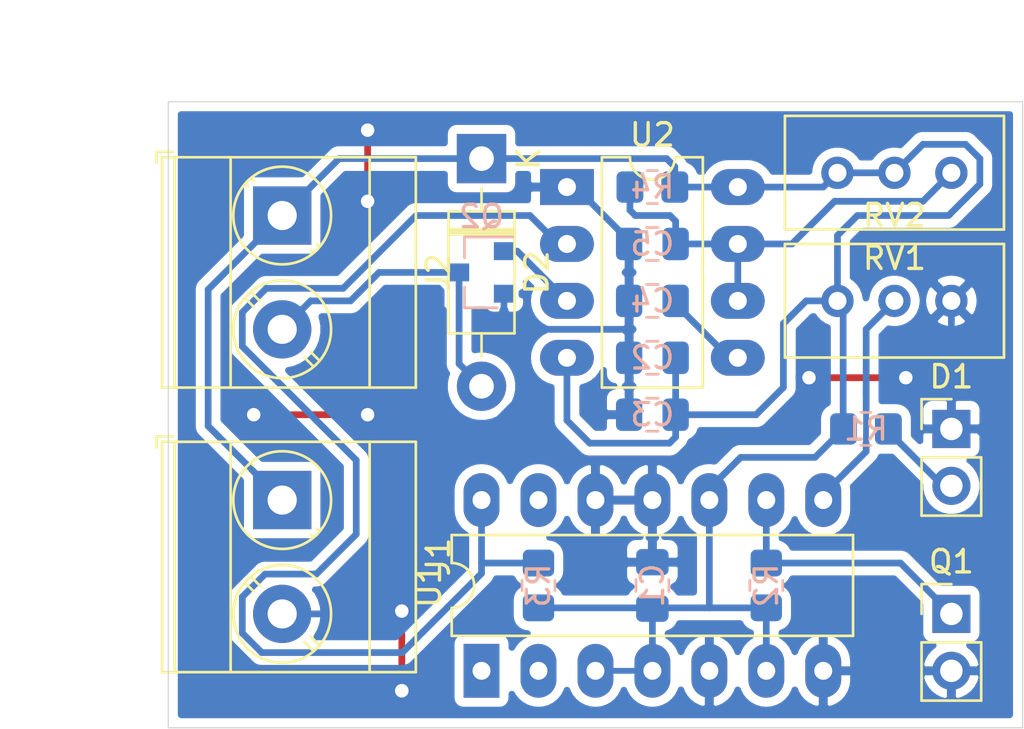
<source format=kicad_pcb>
(kicad_pcb (version 20171130) (host pcbnew 5.1.7)

  (general
    (thickness 1.6)
    (drawings 6)
    (tracks 166)
    (zones 0)
    (modules 19)
    (nets 14)
  )

  (page A4)
  (layers
    (0 F.Cu signal)
    (31 B.Cu signal)
    (32 B.Adhes user)
    (33 F.Adhes user)
    (34 B.Paste user)
    (35 F.Paste user)
    (36 B.SilkS user)
    (37 F.SilkS user)
    (38 B.Mask user)
    (39 F.Mask user)
    (40 Dwgs.User user)
    (41 Cmts.User user)
    (42 Eco1.User user)
    (43 Eco2.User user)
    (44 Edge.Cuts user)
    (45 Margin user)
    (46 B.CrtYd user)
    (47 F.CrtYd user)
    (48 B.Fab user hide)
    (49 F.Fab user hide)
  )

  (setup
    (last_trace_width 0.26)
    (user_trace_width 0.26)
    (user_trace_width 0.3)
    (trace_clearance 0.26)
    (zone_clearance 0.4)
    (zone_45_only no)
    (trace_min 0.2)
    (via_size 1.2)
    (via_drill 0.6)
    (via_min_size 0.4)
    (via_min_drill 0.3)
    (uvia_size 0.3)
    (uvia_drill 0.1)
    (uvias_allowed no)
    (uvia_min_size 0.2)
    (uvia_min_drill 0.1)
    (edge_width 0.05)
    (segment_width 0.2)
    (pcb_text_width 0.3)
    (pcb_text_size 1.5 1.5)
    (mod_edge_width 0.12)
    (mod_text_size 1 1)
    (mod_text_width 0.15)
    (pad_size 1.524 1.524)
    (pad_drill 0.762)
    (pad_to_mask_clearance 0)
    (aux_axis_origin 106.68 88.9)
    (visible_elements FFFFFF7F)
    (pcbplotparams
      (layerselection 0x01000_ffffffff)
      (usegerberextensions false)
      (usegerberattributes true)
      (usegerberadvancedattributes true)
      (creategerberjobfile true)
      (excludeedgelayer true)
      (linewidth 0.100000)
      (plotframeref false)
      (viasonmask false)
      (mode 1)
      (useauxorigin true)
      (hpglpennumber 1)
      (hpglpenspeed 20)
      (hpglpendiameter 15.000000)
      (psnegative false)
      (psa4output false)
      (plotreference true)
      (plotvalue true)
      (plotinvisibletext false)
      (padsonsilk false)
      (subtractmaskfromsilk false)
      (outputformat 1)
      (mirror false)
      (drillshape 0)
      (scaleselection 1)
      (outputdirectory "GERBER"))
  )

  (net 0 "")
  (net 1 +5V)
  (net 2 GND)
  (net 3 "Net-(C4-Pad1)")
  (net 4 "Net-(C5-Pad1)")
  (net 5 "Net-(D1-Pad2)")
  (net 6 "Net-(D2-Pad2)")
  (net 7 "Net-(Q1-Pad1)")
  (net 8 "Net-(Q2-Pad1)")
  (net 9 "Net-(R3-Pad2)")
  (net 10 "Net-(RV1-Pad2)")
  (net 11 "Net-(U1-Pad1)")
  (net 12 "Net-(U1-Pad13)")
  (net 13 "Net-(U1-Pad2)")

  (net_class Default "This is the default net class."
    (clearance 0.26)
    (trace_width 0.26)
    (via_dia 1.2)
    (via_drill 0.6)
    (uvia_dia 0.3)
    (uvia_drill 0.1)
    (add_net +5V)
    (add_net GND)
    (add_net "Net-(C4-Pad1)")
    (add_net "Net-(C5-Pad1)")
    (add_net "Net-(D1-Pad2)")
    (add_net "Net-(D2-Pad2)")
    (add_net "Net-(Q1-Pad1)")
    (add_net "Net-(Q2-Pad1)")
    (add_net "Net-(R3-Pad2)")
    (add_net "Net-(RV1-Pad2)")
    (add_net "Net-(U1-Pad1)")
    (add_net "Net-(U1-Pad13)")
    (add_net "Net-(U1-Pad2)")
  )

  (module Capacitor_SMD:C_0805_2012Metric_Pad1.18x1.45mm_HandSolder (layer B.Cu) (tedit 5F68FEEF) (tstamp 5F90CCC7)
    (at 128.27 82.55 90)
    (descr "Capacitor SMD 0805 (2012 Metric), square (rectangular) end terminal, IPC_7351 nominal with elongated pad for handsoldering. (Body size source: IPC-SM-782 page 76, https://www.pcb-3d.com/wordpress/wp-content/uploads/ipc-sm-782a_amendment_1_and_2.pdf, https://docs.google.com/spreadsheets/d/1BsfQQcO9C6DZCsRaXUlFlo91Tg2WpOkGARC1WS5S8t0/edit?usp=sharing), generated with kicad-footprint-generator")
    (tags "capacitor handsolder")
    (path /5F8F1EBF)
    (attr smd)
    (fp_text reference C1 (at 0 0 90) (layer B.SilkS)
      (effects (font (size 1 1) (thickness 0.15)) (justify mirror))
    )
    (fp_text value 10uF (at 0 -1.68 90) (layer B.Fab)
      (effects (font (size 1 1) (thickness 0.15)) (justify mirror))
    )
    (fp_line (start -1 -0.625) (end -1 0.625) (layer B.Fab) (width 0.1))
    (fp_line (start -1 0.625) (end 1 0.625) (layer B.Fab) (width 0.1))
    (fp_line (start 1 0.625) (end 1 -0.625) (layer B.Fab) (width 0.1))
    (fp_line (start 1 -0.625) (end -1 -0.625) (layer B.Fab) (width 0.1))
    (fp_line (start -0.261252 0.735) (end 0.261252 0.735) (layer B.SilkS) (width 0.12))
    (fp_line (start -0.261252 -0.735) (end 0.261252 -0.735) (layer B.SilkS) (width 0.12))
    (fp_line (start -1.88 -0.98) (end -1.88 0.98) (layer B.CrtYd) (width 0.05))
    (fp_line (start -1.88 0.98) (end 1.88 0.98) (layer B.CrtYd) (width 0.05))
    (fp_line (start 1.88 0.98) (end 1.88 -0.98) (layer B.CrtYd) (width 0.05))
    (fp_line (start 1.88 -0.98) (end -1.88 -0.98) (layer B.CrtYd) (width 0.05))
    (fp_text user %R (at 0 0 90) (layer B.Fab)
      (effects (font (size 0.5 0.5) (thickness 0.08)) (justify mirror))
    )
    (pad 1 smd roundrect (at -1.0375 0 90) (size 1.175 1.45) (layers B.Cu B.Paste B.Mask) (roundrect_rratio 0.2127659574468085)
      (net 1 +5V))
    (pad 2 smd roundrect (at 1.0375 0 90) (size 1.175 1.45) (layers B.Cu B.Paste B.Mask) (roundrect_rratio 0.2127659574468085)
      (net 2 GND))
    (model ${KISYS3DMOD}/Capacitor_SMD.3dshapes/C_0805_2012Metric.wrl
      (at (xyz 0 0 0))
      (scale (xyz 1 1 1))
      (rotate (xyz 0 0 0))
    )
  )

  (module Capacitor_SMD:C_0805_2012Metric_Pad1.18x1.45mm_HandSolder (layer B.Cu) (tedit 5F68FEEF) (tstamp 5F8AB037)
    (at 128.27 72.39 180)
    (descr "Capacitor SMD 0805 (2012 Metric), square (rectangular) end terminal, IPC_7351 nominal with elongated pad for handsoldering. (Body size source: IPC-SM-782 page 76, https://www.pcb-3d.com/wordpress/wp-content/uploads/ipc-sm-782a_amendment_1_and_2.pdf, https://docs.google.com/spreadsheets/d/1BsfQQcO9C6DZCsRaXUlFlo91Tg2WpOkGARC1WS5S8t0/edit?usp=sharing), generated with kicad-footprint-generator")
    (tags "capacitor handsolder")
    (path /5F92B7F7)
    (attr smd)
    (fp_text reference C2 (at 0 0) (layer B.SilkS)
      (effects (font (size 1 1) (thickness 0.15)) (justify mirror))
    )
    (fp_text value 10uF (at 0 -1.68) (layer B.Fab)
      (effects (font (size 1 1) (thickness 0.15)) (justify mirror))
    )
    (fp_line (start 1.88 -0.98) (end -1.88 -0.98) (layer B.CrtYd) (width 0.05))
    (fp_line (start 1.88 0.98) (end 1.88 -0.98) (layer B.CrtYd) (width 0.05))
    (fp_line (start -1.88 0.98) (end 1.88 0.98) (layer B.CrtYd) (width 0.05))
    (fp_line (start -1.88 -0.98) (end -1.88 0.98) (layer B.CrtYd) (width 0.05))
    (fp_line (start -0.261252 -0.735) (end 0.261252 -0.735) (layer B.SilkS) (width 0.12))
    (fp_line (start -0.261252 0.735) (end 0.261252 0.735) (layer B.SilkS) (width 0.12))
    (fp_line (start 1 -0.625) (end -1 -0.625) (layer B.Fab) (width 0.1))
    (fp_line (start 1 0.625) (end 1 -0.625) (layer B.Fab) (width 0.1))
    (fp_line (start -1 0.625) (end 1 0.625) (layer B.Fab) (width 0.1))
    (fp_line (start -1 -0.625) (end -1 0.625) (layer B.Fab) (width 0.1))
    (fp_text user %R (at 0 0) (layer B.Fab)
      (effects (font (size 0.5 0.5) (thickness 0.08)) (justify mirror))
    )
    (pad 2 smd roundrect (at 1.0375 0 180) (size 1.175 1.45) (layers B.Cu B.Paste B.Mask) (roundrect_rratio 0.2127659574468085)
      (net 2 GND))
    (pad 1 smd roundrect (at -1.0375 0 180) (size 1.175 1.45) (layers B.Cu B.Paste B.Mask) (roundrect_rratio 0.2127659574468085)
      (net 1 +5V))
    (model ${KISYS3DMOD}/Capacitor_SMD.3dshapes/C_0805_2012Metric.wrl
      (at (xyz 0 0 0))
      (scale (xyz 1 1 1))
      (rotate (xyz 0 0 0))
    )
  )

  (module Capacitor_SMD:C_0805_2012Metric_Pad1.18x1.45mm_HandSolder (layer B.Cu) (tedit 5F68FEEF) (tstamp 5F8AAEE4)
    (at 128.27 74.93 180)
    (descr "Capacitor SMD 0805 (2012 Metric), square (rectangular) end terminal, IPC_7351 nominal with elongated pad for handsoldering. (Body size source: IPC-SM-782 page 76, https://www.pcb-3d.com/wordpress/wp-content/uploads/ipc-sm-782a_amendment_1_and_2.pdf, https://docs.google.com/spreadsheets/d/1BsfQQcO9C6DZCsRaXUlFlo91Tg2WpOkGARC1WS5S8t0/edit?usp=sharing), generated with kicad-footprint-generator")
    (tags "capacitor handsolder")
    (path /5F933E1F)
    (attr smd)
    (fp_text reference C3 (at 0 0) (layer B.SilkS)
      (effects (font (size 1 1) (thickness 0.15)) (justify mirror))
    )
    (fp_text value 10uF (at 0 -1.68) (layer B.Fab)
      (effects (font (size 1 1) (thickness 0.15)) (justify mirror))
    )
    (fp_line (start -1 -0.625) (end -1 0.625) (layer B.Fab) (width 0.1))
    (fp_line (start -1 0.625) (end 1 0.625) (layer B.Fab) (width 0.1))
    (fp_line (start 1 0.625) (end 1 -0.625) (layer B.Fab) (width 0.1))
    (fp_line (start 1 -0.625) (end -1 -0.625) (layer B.Fab) (width 0.1))
    (fp_line (start -0.261252 0.735) (end 0.261252 0.735) (layer B.SilkS) (width 0.12))
    (fp_line (start -0.261252 -0.735) (end 0.261252 -0.735) (layer B.SilkS) (width 0.12))
    (fp_line (start -1.88 -0.98) (end -1.88 0.98) (layer B.CrtYd) (width 0.05))
    (fp_line (start -1.88 0.98) (end 1.88 0.98) (layer B.CrtYd) (width 0.05))
    (fp_line (start 1.88 0.98) (end 1.88 -0.98) (layer B.CrtYd) (width 0.05))
    (fp_line (start 1.88 -0.98) (end -1.88 -0.98) (layer B.CrtYd) (width 0.05))
    (fp_text user %R (at 0 0) (layer B.Fab)
      (effects (font (size 0.5 0.5) (thickness 0.08)) (justify mirror))
    )
    (pad 1 smd roundrect (at -1.0375 0 180) (size 1.175 1.45) (layers B.Cu B.Paste B.Mask) (roundrect_rratio 0.2127659574468085)
      (net 1 +5V))
    (pad 2 smd roundrect (at 1.0375 0 180) (size 1.175 1.45) (layers B.Cu B.Paste B.Mask) (roundrect_rratio 0.2127659574468085)
      (net 2 GND))
    (model ${KISYS3DMOD}/Capacitor_SMD.3dshapes/C_0805_2012Metric.wrl
      (at (xyz 0 0 0))
      (scale (xyz 1 1 1))
      (rotate (xyz 0 0 0))
    )
  )

  (module Capacitor_SMD:C_0805_2012Metric_Pad1.18x1.45mm_HandSolder (layer B.Cu) (tedit 5F68FEEF) (tstamp 5F8AAF14)
    (at 128.27 69.85 180)
    (descr "Capacitor SMD 0805 (2012 Metric), square (rectangular) end terminal, IPC_7351 nominal with elongated pad for handsoldering. (Body size source: IPC-SM-782 page 76, https://www.pcb-3d.com/wordpress/wp-content/uploads/ipc-sm-782a_amendment_1_and_2.pdf, https://docs.google.com/spreadsheets/d/1BsfQQcO9C6DZCsRaXUlFlo91Tg2WpOkGARC1WS5S8t0/edit?usp=sharing), generated with kicad-footprint-generator")
    (tags "capacitor handsolder")
    (path /5F8BAEF8)
    (attr smd)
    (fp_text reference C4 (at 0 0) (layer B.SilkS)
      (effects (font (size 1 1) (thickness 0.15)) (justify mirror))
    )
    (fp_text value 10nF (at 0 -1.68) (layer B.Fab)
      (effects (font (size 1 1) (thickness 0.15)) (justify mirror))
    )
    (fp_line (start -1 -0.625) (end -1 0.625) (layer B.Fab) (width 0.1))
    (fp_line (start -1 0.625) (end 1 0.625) (layer B.Fab) (width 0.1))
    (fp_line (start 1 0.625) (end 1 -0.625) (layer B.Fab) (width 0.1))
    (fp_line (start 1 -0.625) (end -1 -0.625) (layer B.Fab) (width 0.1))
    (fp_line (start -0.261252 0.735) (end 0.261252 0.735) (layer B.SilkS) (width 0.12))
    (fp_line (start -0.261252 -0.735) (end 0.261252 -0.735) (layer B.SilkS) (width 0.12))
    (fp_line (start -1.88 -0.98) (end -1.88 0.98) (layer B.CrtYd) (width 0.05))
    (fp_line (start -1.88 0.98) (end 1.88 0.98) (layer B.CrtYd) (width 0.05))
    (fp_line (start 1.88 0.98) (end 1.88 -0.98) (layer B.CrtYd) (width 0.05))
    (fp_line (start 1.88 -0.98) (end -1.88 -0.98) (layer B.CrtYd) (width 0.05))
    (fp_text user %R (at 0 0) (layer B.Fab)
      (effects (font (size 0.5 0.5) (thickness 0.08)) (justify mirror))
    )
    (pad 1 smd roundrect (at -1.0375 0 180) (size 1.175 1.45) (layers B.Cu B.Paste B.Mask) (roundrect_rratio 0.2127659574468085)
      (net 3 "Net-(C4-Pad1)"))
    (pad 2 smd roundrect (at 1.0375 0 180) (size 1.175 1.45) (layers B.Cu B.Paste B.Mask) (roundrect_rratio 0.2127659574468085)
      (net 2 GND))
    (model ${KISYS3DMOD}/Capacitor_SMD.3dshapes/C_0805_2012Metric.wrl
      (at (xyz 0 0 0))
      (scale (xyz 1 1 1))
      (rotate (xyz 0 0 0))
    )
  )

  (module Capacitor_SMD:C_0805_2012Metric_Pad1.18x1.45mm_HandSolder (layer B.Cu) (tedit 5F68FEEF) (tstamp 5F8AAFD7)
    (at 128.27 67.31 180)
    (descr "Capacitor SMD 0805 (2012 Metric), square (rectangular) end terminal, IPC_7351 nominal with elongated pad for handsoldering. (Body size source: IPC-SM-782 page 76, https://www.pcb-3d.com/wordpress/wp-content/uploads/ipc-sm-782a_amendment_1_and_2.pdf, https://docs.google.com/spreadsheets/d/1BsfQQcO9C6DZCsRaXUlFlo91Tg2WpOkGARC1WS5S8t0/edit?usp=sharing), generated with kicad-footprint-generator")
    (tags "capacitor handsolder")
    (path /5F8C17BB)
    (attr smd)
    (fp_text reference C5 (at 0 0) (layer B.SilkS)
      (effects (font (size 1 1) (thickness 0.15)) (justify mirror))
    )
    (fp_text value 100uF (at 0 -1.68) (layer B.Fab)
      (effects (font (size 1 1) (thickness 0.15)) (justify mirror))
    )
    (fp_line (start 1.88 -0.98) (end -1.88 -0.98) (layer B.CrtYd) (width 0.05))
    (fp_line (start 1.88 0.98) (end 1.88 -0.98) (layer B.CrtYd) (width 0.05))
    (fp_line (start -1.88 0.98) (end 1.88 0.98) (layer B.CrtYd) (width 0.05))
    (fp_line (start -1.88 -0.98) (end -1.88 0.98) (layer B.CrtYd) (width 0.05))
    (fp_line (start -0.261252 -0.735) (end 0.261252 -0.735) (layer B.SilkS) (width 0.12))
    (fp_line (start -0.261252 0.735) (end 0.261252 0.735) (layer B.SilkS) (width 0.12))
    (fp_line (start 1 -0.625) (end -1 -0.625) (layer B.Fab) (width 0.1))
    (fp_line (start 1 0.625) (end 1 -0.625) (layer B.Fab) (width 0.1))
    (fp_line (start -1 0.625) (end 1 0.625) (layer B.Fab) (width 0.1))
    (fp_line (start -1 -0.625) (end -1 0.625) (layer B.Fab) (width 0.1))
    (fp_text user %R (at 0 0) (layer B.Fab)
      (effects (font (size 0.5 0.5) (thickness 0.08)) (justify mirror))
    )
    (pad 2 smd roundrect (at 1.0375 0 180) (size 1.175 1.45) (layers B.Cu B.Paste B.Mask) (roundrect_rratio 0.2127659574468085)
      (net 2 GND))
    (pad 1 smd roundrect (at -1.0375 0 180) (size 1.175 1.45) (layers B.Cu B.Paste B.Mask) (roundrect_rratio 0.2127659574468085)
      (net 4 "Net-(C5-Pad1)"))
    (model ${KISYS3DMOD}/Capacitor_SMD.3dshapes/C_0805_2012Metric.wrl
      (at (xyz 0 0 0))
      (scale (xyz 1 1 1))
      (rotate (xyz 0 0 0))
    )
  )

  (module Connector_PinHeader_2.54mm:PinHeader_1x02_P2.54mm_Vertical (layer F.Cu) (tedit 59FED5CC) (tstamp 5F8A9B4B)
    (at 141.605 75.565)
    (descr "Through hole straight pin header, 1x02, 2.54mm pitch, single row")
    (tags "Through hole pin header THT 1x02 2.54mm single row")
    (path /5F8AD7BD)
    (fp_text reference D1 (at 0 -2.33) (layer F.SilkS)
      (effects (font (size 1 1) (thickness 0.15)))
    )
    (fp_text value LED (at 0 4.87) (layer F.Fab)
      (effects (font (size 1 1) (thickness 0.15)))
    )
    (fp_line (start 1.8 -1.8) (end -1.8 -1.8) (layer F.CrtYd) (width 0.05))
    (fp_line (start 1.8 4.35) (end 1.8 -1.8) (layer F.CrtYd) (width 0.05))
    (fp_line (start -1.8 4.35) (end 1.8 4.35) (layer F.CrtYd) (width 0.05))
    (fp_line (start -1.8 -1.8) (end -1.8 4.35) (layer F.CrtYd) (width 0.05))
    (fp_line (start -1.33 -1.33) (end 0 -1.33) (layer F.SilkS) (width 0.12))
    (fp_line (start -1.33 0) (end -1.33 -1.33) (layer F.SilkS) (width 0.12))
    (fp_line (start -1.33 1.27) (end 1.33 1.27) (layer F.SilkS) (width 0.12))
    (fp_line (start 1.33 1.27) (end 1.33 3.87) (layer F.SilkS) (width 0.12))
    (fp_line (start -1.33 1.27) (end -1.33 3.87) (layer F.SilkS) (width 0.12))
    (fp_line (start -1.33 3.87) (end 1.33 3.87) (layer F.SilkS) (width 0.12))
    (fp_line (start -1.27 -0.635) (end -0.635 -1.27) (layer F.Fab) (width 0.1))
    (fp_line (start -1.27 3.81) (end -1.27 -0.635) (layer F.Fab) (width 0.1))
    (fp_line (start 1.27 3.81) (end -1.27 3.81) (layer F.Fab) (width 0.1))
    (fp_line (start 1.27 -1.27) (end 1.27 3.81) (layer F.Fab) (width 0.1))
    (fp_line (start -0.635 -1.27) (end 1.27 -1.27) (layer F.Fab) (width 0.1))
    (fp_text user %R (at 0 1.27 90) (layer F.Fab)
      (effects (font (size 1 1) (thickness 0.15)))
    )
    (pad 2 thru_hole oval (at 0 2.54) (size 1.7 1.7) (drill 1) (layers *.Cu *.Mask)
      (net 5 "Net-(D1-Pad2)"))
    (pad 1 thru_hole rect (at 0 0) (size 1.7 1.7) (drill 1) (layers *.Cu *.Mask)
      (net 2 GND))
    (model ${KISYS3DMOD}/Connector_PinHeader_2.54mm.3dshapes/PinHeader_1x02_P2.54mm_Vertical.wrl
      (at (xyz 0 0 0))
      (scale (xyz 1 1 1))
      (rotate (xyz 0 0 0))
    )
  )

  (module Diode_THT:D_DO-41_SOD81_P10.16mm_Horizontal (layer F.Cu) (tedit 5AE50CD5) (tstamp 5F8AB10C)
    (at 120.65 63.5 270)
    (descr "Diode, DO-41_SOD81 series, Axial, Horizontal, pin pitch=10.16mm, , length*diameter=5.2*2.7mm^2, , http://www.diodes.com/_files/packages/DO-41%20(Plastic).pdf")
    (tags "Diode DO-41_SOD81 series Axial Horizontal pin pitch 10.16mm  length 5.2mm diameter 2.7mm")
    (path /5F9B6D18)
    (fp_text reference D2 (at 5.08 -2.47 90) (layer F.SilkS)
      (effects (font (size 1 1) (thickness 0.15)))
    )
    (fp_text value 1N4001 (at 5.08 2.47 90) (layer F.Fab)
      (effects (font (size 1 1) (thickness 0.15)))
    )
    (fp_line (start 2.48 -1.35) (end 2.48 1.35) (layer F.Fab) (width 0.1))
    (fp_line (start 2.48 1.35) (end 7.68 1.35) (layer F.Fab) (width 0.1))
    (fp_line (start 7.68 1.35) (end 7.68 -1.35) (layer F.Fab) (width 0.1))
    (fp_line (start 7.68 -1.35) (end 2.48 -1.35) (layer F.Fab) (width 0.1))
    (fp_line (start 0 0) (end 2.48 0) (layer F.Fab) (width 0.1))
    (fp_line (start 10.16 0) (end 7.68 0) (layer F.Fab) (width 0.1))
    (fp_line (start 3.26 -1.35) (end 3.26 1.35) (layer F.Fab) (width 0.1))
    (fp_line (start 3.36 -1.35) (end 3.36 1.35) (layer F.Fab) (width 0.1))
    (fp_line (start 3.16 -1.35) (end 3.16 1.35) (layer F.Fab) (width 0.1))
    (fp_line (start 2.36 -1.47) (end 2.36 1.47) (layer F.SilkS) (width 0.12))
    (fp_line (start 2.36 1.47) (end 7.8 1.47) (layer F.SilkS) (width 0.12))
    (fp_line (start 7.8 1.47) (end 7.8 -1.47) (layer F.SilkS) (width 0.12))
    (fp_line (start 7.8 -1.47) (end 2.36 -1.47) (layer F.SilkS) (width 0.12))
    (fp_line (start 1.34 0) (end 2.36 0) (layer F.SilkS) (width 0.12))
    (fp_line (start 8.82 0) (end 7.8 0) (layer F.SilkS) (width 0.12))
    (fp_line (start 3.26 -1.47) (end 3.26 1.47) (layer F.SilkS) (width 0.12))
    (fp_line (start 3.38 -1.47) (end 3.38 1.47) (layer F.SilkS) (width 0.12))
    (fp_line (start 3.14 -1.47) (end 3.14 1.47) (layer F.SilkS) (width 0.12))
    (fp_line (start -1.35 -1.6) (end -1.35 1.6) (layer F.CrtYd) (width 0.05))
    (fp_line (start -1.35 1.6) (end 11.51 1.6) (layer F.CrtYd) (width 0.05))
    (fp_line (start 11.51 1.6) (end 11.51 -1.6) (layer F.CrtYd) (width 0.05))
    (fp_line (start 11.51 -1.6) (end -1.35 -1.6) (layer F.CrtYd) (width 0.05))
    (fp_text user %R (at 5.47 0 90) (layer F.Fab)
      (effects (font (size 1 1) (thickness 0.15)))
    )
    (fp_text user K (at 0 -2.1 90) (layer F.Fab)
      (effects (font (size 1 1) (thickness 0.15)))
    )
    (fp_text user K (at 0 -2.1 90) (layer F.SilkS)
      (effects (font (size 1 1) (thickness 0.15)))
    )
    (pad 1 thru_hole rect (at 0 0 270) (size 2.2 2.2) (drill 1.1) (layers *.Cu *.Mask)
      (net 1 +5V))
    (pad 2 thru_hole oval (at 10.16 0 270) (size 2.2 2.2) (drill 1.1) (layers *.Cu *.Mask)
      (net 6 "Net-(D2-Pad2)"))
    (model ${KISYS3DMOD}/Diode_THT.3dshapes/D_DO-41_SOD81_P10.16mm_Horizontal.wrl
      (at (xyz 0 0 0))
      (scale (xyz 1 1 1))
      (rotate (xyz 0 0 0))
    )
  )

  (module TerminalBlock_Phoenix:TerminalBlock_Phoenix_MKDS-3-2-5.08_1x02_P5.08mm_Horizontal (layer F.Cu) (tedit 5B294F11) (tstamp 5F8A985A)
    (at 111.76 78.74 270)
    (descr "Terminal Block Phoenix MKDS-3-2-5.08, 2 pins, pitch 5.08mm, size 10.2x11.2mm^2, drill diamater 1.3mm, pad diameter 2.6mm, see http://www.farnell.com/datasheets/2138224.pdf, script-generated using https://github.com/pointhi/kicad-footprint-generator/scripts/TerminalBlock_Phoenix")
    (tags "THT Terminal Block Phoenix MKDS-3-2-5.08 pitch 5.08mm size 10.2x11.2mm^2 drill 1.3mm pad 2.6mm")
    (path /5F8ECB05)
    (fp_text reference J1 (at 2.54 -6.96 90) (layer F.SilkS)
      (effects (font (size 1 1) (thickness 0.15)))
    )
    (fp_text value Power (at 2.54 6.36 90) (layer F.Fab)
      (effects (font (size 1 1) (thickness 0.15)))
    )
    (fp_line (start 8.13 -6.4) (end -3.04 -6.4) (layer F.CrtYd) (width 0.05))
    (fp_line (start 8.13 5.8) (end 8.13 -6.4) (layer F.CrtYd) (width 0.05))
    (fp_line (start -3.04 5.8) (end 8.13 5.8) (layer F.CrtYd) (width 0.05))
    (fp_line (start -3.04 -6.4) (end -3.04 5.8) (layer F.CrtYd) (width 0.05))
    (fp_line (start -2.84 5.6) (end -2.34 5.6) (layer F.SilkS) (width 0.12))
    (fp_line (start -2.84 4.86) (end -2.84 5.6) (layer F.SilkS) (width 0.12))
    (fp_line (start 3.822 0.992) (end 3.427 1.388) (layer F.SilkS) (width 0.12))
    (fp_line (start 6.468 -1.654) (end 6.088 -1.274) (layer F.SilkS) (width 0.12))
    (fp_line (start 4.073 1.274) (end 3.693 1.654) (layer F.SilkS) (width 0.12))
    (fp_line (start 6.734 -1.388) (end 6.339 -0.992) (layer F.SilkS) (width 0.12))
    (fp_line (start 6.353 -1.517) (end 3.564 1.273) (layer F.Fab) (width 0.1))
    (fp_line (start 6.597 -1.273) (end 3.808 1.517) (layer F.Fab) (width 0.1))
    (fp_line (start -1.548 1.281) (end -1.654 1.388) (layer F.SilkS) (width 0.12))
    (fp_line (start 1.388 -1.654) (end 1.281 -1.547) (layer F.SilkS) (width 0.12))
    (fp_line (start -1.282 1.547) (end -1.388 1.654) (layer F.SilkS) (width 0.12))
    (fp_line (start 1.654 -1.388) (end 1.547 -1.281) (layer F.SilkS) (width 0.12))
    (fp_line (start 1.273 -1.517) (end -1.517 1.273) (layer F.Fab) (width 0.1))
    (fp_line (start 1.517 -1.273) (end -1.273 1.517) (layer F.Fab) (width 0.1))
    (fp_line (start 7.68 -5.96) (end 7.68 5.36) (layer F.SilkS) (width 0.12))
    (fp_line (start -2.6 -5.96) (end -2.6 5.36) (layer F.SilkS) (width 0.12))
    (fp_line (start -2.6 5.36) (end 7.68 5.36) (layer F.SilkS) (width 0.12))
    (fp_line (start -2.6 -5.96) (end 7.68 -5.96) (layer F.SilkS) (width 0.12))
    (fp_line (start -2.6 -3.9) (end 7.68 -3.9) (layer F.SilkS) (width 0.12))
    (fp_line (start -2.54 -3.9) (end 7.62 -3.9) (layer F.Fab) (width 0.1))
    (fp_line (start -2.6 2.3) (end 7.68 2.3) (layer F.SilkS) (width 0.12))
    (fp_line (start -2.54 2.3) (end 7.62 2.3) (layer F.Fab) (width 0.1))
    (fp_line (start -2.6 4.8) (end 7.68 4.8) (layer F.SilkS) (width 0.12))
    (fp_line (start -2.54 4.8) (end 7.62 4.8) (layer F.Fab) (width 0.1))
    (fp_line (start -2.54 4.8) (end -2.54 -5.9) (layer F.Fab) (width 0.1))
    (fp_line (start -2.04 5.3) (end -2.54 4.8) (layer F.Fab) (width 0.1))
    (fp_line (start 7.62 5.3) (end -2.04 5.3) (layer F.Fab) (width 0.1))
    (fp_line (start 7.62 -5.9) (end 7.62 5.3) (layer F.Fab) (width 0.1))
    (fp_line (start -2.54 -5.9) (end 7.62 -5.9) (layer F.Fab) (width 0.1))
    (fp_circle (center 5.08 0) (end 7.26 0) (layer F.SilkS) (width 0.12))
    (fp_circle (center 5.08 0) (end 7.08 0) (layer F.Fab) (width 0.1))
    (fp_circle (center 0 0) (end 2.18 0) (layer F.SilkS) (width 0.12))
    (fp_circle (center 0 0) (end 2 0) (layer F.Fab) (width 0.1))
    (fp_text user %R (at 2.54 3.1 90) (layer F.Fab)
      (effects (font (size 1 1) (thickness 0.15)))
    )
    (pad 2 thru_hole circle (at 5.08 0 270) (size 2.6 2.6) (drill 1.3) (layers *.Cu *.Mask)
      (net 2 GND))
    (pad 1 thru_hole rect (at 0 0 270) (size 2.6 2.6) (drill 1.3) (layers *.Cu *.Mask)
      (net 1 +5V))
    (model ${KISYS3DMOD}/TerminalBlock_Phoenix.3dshapes/TerminalBlock_Phoenix_MKDS-3-2-5.08_1x02_P5.08mm_Horizontal.wrl
      (at (xyz 0 0 0))
      (scale (xyz 1 1 1))
      (rotate (xyz 0 0 0))
    )
  )

  (module TerminalBlock_Phoenix:TerminalBlock_Phoenix_MKDS-3-2-5.08_1x02_P5.08mm_Horizontal (layer F.Cu) (tedit 5B294F11) (tstamp 5F8A9A9F)
    (at 111.76 66.04 270)
    (descr "Terminal Block Phoenix MKDS-3-2-5.08, 2 pins, pitch 5.08mm, size 10.2x11.2mm^2, drill diamater 1.3mm, pad diameter 2.6mm, see http://www.farnell.com/datasheets/2138224.pdf, script-generated using https://github.com/pointhi/kicad-footprint-generator/scripts/TerminalBlock_Phoenix")
    (tags "THT Terminal Block Phoenix MKDS-3-2-5.08 pitch 5.08mm size 10.2x11.2mm^2 drill 1.3mm pad 2.6mm")
    (path /5F8FC485)
    (fp_text reference J2 (at 2.54 -6.96 90) (layer F.SilkS)
      (effects (font (size 1 1) (thickness 0.15)))
    )
    (fp_text value Motor (at 2.54 6.36 90) (layer F.Fab)
      (effects (font (size 1 1) (thickness 0.15)))
    )
    (fp_circle (center 0 0) (end 2 0) (layer F.Fab) (width 0.1))
    (fp_circle (center 0 0) (end 2.18 0) (layer F.SilkS) (width 0.12))
    (fp_circle (center 5.08 0) (end 7.08 0) (layer F.Fab) (width 0.1))
    (fp_circle (center 5.08 0) (end 7.26 0) (layer F.SilkS) (width 0.12))
    (fp_line (start -2.54 -5.9) (end 7.62 -5.9) (layer F.Fab) (width 0.1))
    (fp_line (start 7.62 -5.9) (end 7.62 5.3) (layer F.Fab) (width 0.1))
    (fp_line (start 7.62 5.3) (end -2.04 5.3) (layer F.Fab) (width 0.1))
    (fp_line (start -2.04 5.3) (end -2.54 4.8) (layer F.Fab) (width 0.1))
    (fp_line (start -2.54 4.8) (end -2.54 -5.9) (layer F.Fab) (width 0.1))
    (fp_line (start -2.54 4.8) (end 7.62 4.8) (layer F.Fab) (width 0.1))
    (fp_line (start -2.6 4.8) (end 7.68 4.8) (layer F.SilkS) (width 0.12))
    (fp_line (start -2.54 2.3) (end 7.62 2.3) (layer F.Fab) (width 0.1))
    (fp_line (start -2.6 2.3) (end 7.68 2.3) (layer F.SilkS) (width 0.12))
    (fp_line (start -2.54 -3.9) (end 7.62 -3.9) (layer F.Fab) (width 0.1))
    (fp_line (start -2.6 -3.9) (end 7.68 -3.9) (layer F.SilkS) (width 0.12))
    (fp_line (start -2.6 -5.96) (end 7.68 -5.96) (layer F.SilkS) (width 0.12))
    (fp_line (start -2.6 5.36) (end 7.68 5.36) (layer F.SilkS) (width 0.12))
    (fp_line (start -2.6 -5.96) (end -2.6 5.36) (layer F.SilkS) (width 0.12))
    (fp_line (start 7.68 -5.96) (end 7.68 5.36) (layer F.SilkS) (width 0.12))
    (fp_line (start 1.517 -1.273) (end -1.273 1.517) (layer F.Fab) (width 0.1))
    (fp_line (start 1.273 -1.517) (end -1.517 1.273) (layer F.Fab) (width 0.1))
    (fp_line (start 1.654 -1.388) (end 1.547 -1.281) (layer F.SilkS) (width 0.12))
    (fp_line (start -1.282 1.547) (end -1.388 1.654) (layer F.SilkS) (width 0.12))
    (fp_line (start 1.388 -1.654) (end 1.281 -1.547) (layer F.SilkS) (width 0.12))
    (fp_line (start -1.548 1.281) (end -1.654 1.388) (layer F.SilkS) (width 0.12))
    (fp_line (start 6.597 -1.273) (end 3.808 1.517) (layer F.Fab) (width 0.1))
    (fp_line (start 6.353 -1.517) (end 3.564 1.273) (layer F.Fab) (width 0.1))
    (fp_line (start 6.734 -1.388) (end 6.339 -0.992) (layer F.SilkS) (width 0.12))
    (fp_line (start 4.073 1.274) (end 3.693 1.654) (layer F.SilkS) (width 0.12))
    (fp_line (start 6.468 -1.654) (end 6.088 -1.274) (layer F.SilkS) (width 0.12))
    (fp_line (start 3.822 0.992) (end 3.427 1.388) (layer F.SilkS) (width 0.12))
    (fp_line (start -2.84 4.86) (end -2.84 5.6) (layer F.SilkS) (width 0.12))
    (fp_line (start -2.84 5.6) (end -2.34 5.6) (layer F.SilkS) (width 0.12))
    (fp_line (start -3.04 -6.4) (end -3.04 5.8) (layer F.CrtYd) (width 0.05))
    (fp_line (start -3.04 5.8) (end 8.13 5.8) (layer F.CrtYd) (width 0.05))
    (fp_line (start 8.13 5.8) (end 8.13 -6.4) (layer F.CrtYd) (width 0.05))
    (fp_line (start 8.13 -6.4) (end -3.04 -6.4) (layer F.CrtYd) (width 0.05))
    (fp_text user %R (at 2.54 3.1 90) (layer F.Fab)
      (effects (font (size 1 1) (thickness 0.15)))
    )
    (pad 1 thru_hole rect (at 0 0 270) (size 2.6 2.6) (drill 1.3) (layers *.Cu *.Mask)
      (net 1 +5V))
    (pad 2 thru_hole circle (at 5.08 0 270) (size 2.6 2.6) (drill 1.3) (layers *.Cu *.Mask)
      (net 6 "Net-(D2-Pad2)"))
    (model ${KISYS3DMOD}/TerminalBlock_Phoenix.3dshapes/TerminalBlock_Phoenix_MKDS-3-2-5.08_1x02_P5.08mm_Horizontal.wrl
      (at (xyz 0 0 0))
      (scale (xyz 1 1 1))
      (rotate (xyz 0 0 0))
    )
  )

  (module Connector_PinHeader_2.54mm:PinHeader_1x02_P2.54mm_Vertical (layer F.Cu) (tedit 59FED5CC) (tstamp 5F8DFCB3)
    (at 141.605 83.82)
    (descr "Through hole straight pin header, 1x02, 2.54mm pitch, single row")
    (tags "Through hole pin header THT 1x02 2.54mm single row")
    (path /5F8AFDEA)
    (fp_text reference Q1 (at 0 -2.33) (layer F.SilkS)
      (effects (font (size 1 1) (thickness 0.15)))
    )
    (fp_text value ?? (at 0 4.87) (layer F.Fab)
      (effects (font (size 1 1) (thickness 0.15)))
    )
    (fp_line (start -0.635 -1.27) (end 1.27 -1.27) (layer F.Fab) (width 0.1))
    (fp_line (start 1.27 -1.27) (end 1.27 3.81) (layer F.Fab) (width 0.1))
    (fp_line (start 1.27 3.81) (end -1.27 3.81) (layer F.Fab) (width 0.1))
    (fp_line (start -1.27 3.81) (end -1.27 -0.635) (layer F.Fab) (width 0.1))
    (fp_line (start -1.27 -0.635) (end -0.635 -1.27) (layer F.Fab) (width 0.1))
    (fp_line (start -1.33 3.87) (end 1.33 3.87) (layer F.SilkS) (width 0.12))
    (fp_line (start -1.33 1.27) (end -1.33 3.87) (layer F.SilkS) (width 0.12))
    (fp_line (start 1.33 1.27) (end 1.33 3.87) (layer F.SilkS) (width 0.12))
    (fp_line (start -1.33 1.27) (end 1.33 1.27) (layer F.SilkS) (width 0.12))
    (fp_line (start -1.33 0) (end -1.33 -1.33) (layer F.SilkS) (width 0.12))
    (fp_line (start -1.33 -1.33) (end 0 -1.33) (layer F.SilkS) (width 0.12))
    (fp_line (start -1.8 -1.8) (end -1.8 4.35) (layer F.CrtYd) (width 0.05))
    (fp_line (start -1.8 4.35) (end 1.8 4.35) (layer F.CrtYd) (width 0.05))
    (fp_line (start 1.8 4.35) (end 1.8 -1.8) (layer F.CrtYd) (width 0.05))
    (fp_line (start 1.8 -1.8) (end -1.8 -1.8) (layer F.CrtYd) (width 0.05))
    (fp_text user %R (at -2.54 1.27 90) (layer F.Fab)
      (effects (font (size 1 1) (thickness 0.15)))
    )
    (pad 1 thru_hole rect (at 0 0) (size 1.7 1.7) (drill 1) (layers *.Cu *.Mask)
      (net 7 "Net-(Q1-Pad1)"))
    (pad 2 thru_hole oval (at 0 2.54) (size 1.7 1.7) (drill 1) (layers *.Cu *.Mask)
      (net 2 GND))
    (model ${KISYS3DMOD}/Connector_PinHeader_2.54mm.3dshapes/PinHeader_1x02_P2.54mm_Vertical.wrl
      (at (xyz 0 0 0))
      (scale (xyz 1 1 1))
      (rotate (xyz 0 0 0))
    )
  )

  (module Package_TO_SOT_SMD:SOT-23 (layer B.Cu) (tedit 5A02FF57) (tstamp 5F8A9203)
    (at 120.65 68.58 180)
    (descr "SOT-23, Standard")
    (tags SOT-23)
    (path /5F901D91)
    (attr smd)
    (fp_text reference Q2 (at 0 2.5) (layer B.SilkS)
      (effects (font (size 1 1) (thickness 0.15)) (justify mirror))
    )
    (fp_text value AO3400A (at 0 -2.5) (layer B.Fab)
      (effects (font (size 1 1) (thickness 0.15)) (justify mirror))
    )
    (fp_line (start -0.7 0.95) (end -0.7 -1.5) (layer B.Fab) (width 0.1))
    (fp_line (start -0.15 1.52) (end 0.7 1.52) (layer B.Fab) (width 0.1))
    (fp_line (start -0.7 0.95) (end -0.15 1.52) (layer B.Fab) (width 0.1))
    (fp_line (start 0.7 1.52) (end 0.7 -1.52) (layer B.Fab) (width 0.1))
    (fp_line (start -0.7 -1.52) (end 0.7 -1.52) (layer B.Fab) (width 0.1))
    (fp_line (start 0.76 -1.58) (end 0.76 -0.65) (layer B.SilkS) (width 0.12))
    (fp_line (start 0.76 1.58) (end 0.76 0.65) (layer B.SilkS) (width 0.12))
    (fp_line (start -1.7 1.75) (end 1.7 1.75) (layer B.CrtYd) (width 0.05))
    (fp_line (start 1.7 1.75) (end 1.7 -1.75) (layer B.CrtYd) (width 0.05))
    (fp_line (start 1.7 -1.75) (end -1.7 -1.75) (layer B.CrtYd) (width 0.05))
    (fp_line (start -1.7 -1.75) (end -1.7 1.75) (layer B.CrtYd) (width 0.05))
    (fp_line (start 0.76 1.58) (end -1.4 1.58) (layer B.SilkS) (width 0.12))
    (fp_line (start 0.76 -1.58) (end -0.7 -1.58) (layer B.SilkS) (width 0.12))
    (fp_text user %R (at 0 0 270) (layer B.Fab)
      (effects (font (size 0.5 0.5) (thickness 0.075)) (justify mirror))
    )
    (pad 1 smd rect (at -1 0.95 180) (size 0.9 0.8) (layers B.Cu B.Paste B.Mask)
      (net 8 "Net-(Q2-Pad1)"))
    (pad 2 smd rect (at -1 -0.95 180) (size 0.9 0.8) (layers B.Cu B.Paste B.Mask)
      (net 2 GND))
    (pad 3 smd rect (at 1 0 180) (size 0.9 0.8) (layers B.Cu B.Paste B.Mask)
      (net 6 "Net-(D2-Pad2)"))
    (model ${KISYS3DMOD}/Package_TO_SOT_SMD.3dshapes/SOT-23.wrl
      (at (xyz 0 0 0))
      (scale (xyz 1 1 1))
      (rotate (xyz 0 0 0))
    )
  )

  (module Resistor_SMD:R_0805_2012Metric_Pad1.20x1.40mm_HandSolder (layer B.Cu) (tedit 5F68FEEE) (tstamp 5F8E614A)
    (at 137.795 75.565)
    (descr "Resistor SMD 0805 (2012 Metric), square (rectangular) end terminal, IPC_7351 nominal with elongated pad for handsoldering. (Body size source: IPC-SM-782 page 72, https://www.pcb-3d.com/wordpress/wp-content/uploads/ipc-sm-782a_amendment_1_and_2.pdf), generated with kicad-footprint-generator")
    (tags "resistor handsolder")
    (path /5F8A94E1)
    (attr smd)
    (fp_text reference R1 (at 0 0) (layer B.SilkS)
      (effects (font (size 1 1) (thickness 0.15)) (justify mirror))
    )
    (fp_text value 220 (at 0 -1.65) (layer B.Fab)
      (effects (font (size 1 1) (thickness 0.15)) (justify mirror))
    )
    (fp_line (start -1 -0.625) (end -1 0.625) (layer B.Fab) (width 0.1))
    (fp_line (start -1 0.625) (end 1 0.625) (layer B.Fab) (width 0.1))
    (fp_line (start 1 0.625) (end 1 -0.625) (layer B.Fab) (width 0.1))
    (fp_line (start 1 -0.625) (end -1 -0.625) (layer B.Fab) (width 0.1))
    (fp_line (start -0.227064 0.735) (end 0.227064 0.735) (layer B.SilkS) (width 0.12))
    (fp_line (start -0.227064 -0.735) (end 0.227064 -0.735) (layer B.SilkS) (width 0.12))
    (fp_line (start -1.85 -0.95) (end -1.85 0.95) (layer B.CrtYd) (width 0.05))
    (fp_line (start -1.85 0.95) (end 1.85 0.95) (layer B.CrtYd) (width 0.05))
    (fp_line (start 1.85 0.95) (end 1.85 -0.95) (layer B.CrtYd) (width 0.05))
    (fp_line (start 1.85 -0.95) (end -1.85 -0.95) (layer B.CrtYd) (width 0.05))
    (fp_text user %R (at 0 0) (layer B.Fab)
      (effects (font (size 0.5 0.5) (thickness 0.08)) (justify mirror))
    )
    (pad 1 smd roundrect (at -1 0) (size 1.2 1.4) (layers B.Cu B.Paste B.Mask) (roundrect_rratio 0.2083325)
      (net 1 +5V))
    (pad 2 smd roundrect (at 1 0) (size 1.2 1.4) (layers B.Cu B.Paste B.Mask) (roundrect_rratio 0.2083325)
      (net 5 "Net-(D1-Pad2)"))
    (model ${KISYS3DMOD}/Resistor_SMD.3dshapes/R_0805_2012Metric.wrl
      (at (xyz 0 0 0))
      (scale (xyz 1 1 1))
      (rotate (xyz 0 0 0))
    )
  )

  (module Resistor_SMD:R_0805_2012Metric_Pad1.20x1.40mm_HandSolder (layer B.Cu) (tedit 5F68FEEE) (tstamp 5F8A9225)
    (at 133.35 82.55 90)
    (descr "Resistor SMD 0805 (2012 Metric), square (rectangular) end terminal, IPC_7351 nominal with elongated pad for handsoldering. (Body size source: IPC-SM-782 page 72, https://www.pcb-3d.com/wordpress/wp-content/uploads/ipc-sm-782a_amendment_1_and_2.pdf), generated with kicad-footprint-generator")
    (tags "resistor handsolder")
    (path /5F8A10DC)
    (attr smd)
    (fp_text reference R2 (at 0 0 90) (layer B.SilkS)
      (effects (font (size 1 1) (thickness 0.15)) (justify mirror))
    )
    (fp_text value 10k (at 0 -1.65 90) (layer B.Fab)
      (effects (font (size 1 1) (thickness 0.15)) (justify mirror))
    )
    (fp_line (start 1.85 -0.95) (end -1.85 -0.95) (layer B.CrtYd) (width 0.05))
    (fp_line (start 1.85 0.95) (end 1.85 -0.95) (layer B.CrtYd) (width 0.05))
    (fp_line (start -1.85 0.95) (end 1.85 0.95) (layer B.CrtYd) (width 0.05))
    (fp_line (start -1.85 -0.95) (end -1.85 0.95) (layer B.CrtYd) (width 0.05))
    (fp_line (start -0.227064 -0.735) (end 0.227064 -0.735) (layer B.SilkS) (width 0.12))
    (fp_line (start -0.227064 0.735) (end 0.227064 0.735) (layer B.SilkS) (width 0.12))
    (fp_line (start 1 -0.625) (end -1 -0.625) (layer B.Fab) (width 0.1))
    (fp_line (start 1 0.625) (end 1 -0.625) (layer B.Fab) (width 0.1))
    (fp_line (start -1 0.625) (end 1 0.625) (layer B.Fab) (width 0.1))
    (fp_line (start -1 -0.625) (end -1 0.625) (layer B.Fab) (width 0.1))
    (fp_text user %R (at 0 0 90) (layer B.Fab)
      (effects (font (size 0.5 0.5) (thickness 0.08)) (justify mirror))
    )
    (pad 2 smd roundrect (at 1 0 90) (size 1.2 1.4) (layers B.Cu B.Paste B.Mask) (roundrect_rratio 0.2083325)
      (net 7 "Net-(Q1-Pad1)"))
    (pad 1 smd roundrect (at -1 0 90) (size 1.2 1.4) (layers B.Cu B.Paste B.Mask) (roundrect_rratio 0.2083325)
      (net 1 +5V))
    (model ${KISYS3DMOD}/Resistor_SMD.3dshapes/R_0805_2012Metric.wrl
      (at (xyz 0 0 0))
      (scale (xyz 1 1 1))
      (rotate (xyz 0 0 0))
    )
  )

  (module Resistor_SMD:R_0805_2012Metric_Pad1.20x1.40mm_HandSolder (layer B.Cu) (tedit 5F68FEEE) (tstamp 5F8DFC68)
    (at 123.19 82.55 90)
    (descr "Resistor SMD 0805 (2012 Metric), square (rectangular) end terminal, IPC_7351 nominal with elongated pad for handsoldering. (Body size source: IPC-SM-782 page 72, https://www.pcb-3d.com/wordpress/wp-content/uploads/ipc-sm-782a_amendment_1_and_2.pdf), generated with kicad-footprint-generator")
    (tags "resistor handsolder")
    (path /5F9D3CEC)
    (attr smd)
    (fp_text reference R3 (at 0 0 90) (layer B.SilkS)
      (effects (font (size 1 1) (thickness 0.15)) (justify mirror))
    )
    (fp_text value 10k (at 0 -1.65 90) (layer B.Fab)
      (effects (font (size 1 1) (thickness 0.15)) (justify mirror))
    )
    (fp_line (start -1 -0.625) (end -1 0.625) (layer B.Fab) (width 0.1))
    (fp_line (start -1 0.625) (end 1 0.625) (layer B.Fab) (width 0.1))
    (fp_line (start 1 0.625) (end 1 -0.625) (layer B.Fab) (width 0.1))
    (fp_line (start 1 -0.625) (end -1 -0.625) (layer B.Fab) (width 0.1))
    (fp_line (start -0.227064 0.735) (end 0.227064 0.735) (layer B.SilkS) (width 0.12))
    (fp_line (start -0.227064 -0.735) (end 0.227064 -0.735) (layer B.SilkS) (width 0.12))
    (fp_line (start -1.85 -0.95) (end -1.85 0.95) (layer B.CrtYd) (width 0.05))
    (fp_line (start -1.85 0.95) (end 1.85 0.95) (layer B.CrtYd) (width 0.05))
    (fp_line (start 1.85 0.95) (end 1.85 -0.95) (layer B.CrtYd) (width 0.05))
    (fp_line (start 1.85 -0.95) (end -1.85 -0.95) (layer B.CrtYd) (width 0.05))
    (fp_text user %R (at 0 0 90) (layer B.Fab)
      (effects (font (size 0.5 0.5) (thickness 0.08)) (justify mirror))
    )
    (pad 1 smd roundrect (at -1 0 90) (size 1.2 1.4) (layers B.Cu B.Paste B.Mask) (roundrect_rratio 0.2083325)
      (net 1 +5V))
    (pad 2 smd roundrect (at 1 0 90) (size 1.2 1.4) (layers B.Cu B.Paste B.Mask) (roundrect_rratio 0.2083325)
      (net 9 "Net-(R3-Pad2)"))
    (model ${KISYS3DMOD}/Resistor_SMD.3dshapes/R_0805_2012Metric.wrl
      (at (xyz 0 0 0))
      (scale (xyz 1 1 1))
      (rotate (xyz 0 0 0))
    )
  )

  (module Resistor_SMD:R_0805_2012Metric_Pad1.20x1.40mm_HandSolder (layer B.Cu) (tedit 5F68FEEE) (tstamp 5F8AB007)
    (at 128.27 64.77)
    (descr "Resistor SMD 0805 (2012 Metric), square (rectangular) end terminal, IPC_7351 nominal with elongated pad for handsoldering. (Body size source: IPC-SM-782 page 72, https://www.pcb-3d.com/wordpress/wp-content/uploads/ipc-sm-782a_amendment_1_and_2.pdf), generated with kicad-footprint-generator")
    (tags "resistor handsolder")
    (path /5F8C3C3F)
    (attr smd)
    (fp_text reference R4 (at 0 0) (layer B.SilkS)
      (effects (font (size 1 1) (thickness 0.15)) (justify mirror))
    )
    (fp_text value 9.1k (at 0 -1.65) (layer B.Fab)
      (effects (font (size 1 1) (thickness 0.15)) (justify mirror))
    )
    (fp_line (start -1 -0.625) (end -1 0.625) (layer B.Fab) (width 0.1))
    (fp_line (start -1 0.625) (end 1 0.625) (layer B.Fab) (width 0.1))
    (fp_line (start 1 0.625) (end 1 -0.625) (layer B.Fab) (width 0.1))
    (fp_line (start 1 -0.625) (end -1 -0.625) (layer B.Fab) (width 0.1))
    (fp_line (start -0.227064 0.735) (end 0.227064 0.735) (layer B.SilkS) (width 0.12))
    (fp_line (start -0.227064 -0.735) (end 0.227064 -0.735) (layer B.SilkS) (width 0.12))
    (fp_line (start -1.85 -0.95) (end -1.85 0.95) (layer B.CrtYd) (width 0.05))
    (fp_line (start -1.85 0.95) (end 1.85 0.95) (layer B.CrtYd) (width 0.05))
    (fp_line (start 1.85 0.95) (end 1.85 -0.95) (layer B.CrtYd) (width 0.05))
    (fp_line (start 1.85 -0.95) (end -1.85 -0.95) (layer B.CrtYd) (width 0.05))
    (fp_text user %R (at 0 0) (layer B.Fab)
      (effects (font (size 0.5 0.5) (thickness 0.08)) (justify mirror))
    )
    (pad 1 smd roundrect (at -1 0) (size 1.2 1.4) (layers B.Cu B.Paste B.Mask) (roundrect_rratio 0.2083325)
      (net 4 "Net-(C5-Pad1)"))
    (pad 2 smd roundrect (at 1 0) (size 1.2 1.4) (layers B.Cu B.Paste B.Mask) (roundrect_rratio 0.2083325)
      (net 1 +5V))
    (model ${KISYS3DMOD}/Resistor_SMD.3dshapes/R_0805_2012Metric.wrl
      (at (xyz 0 0 0))
      (scale (xyz 1 1 1))
      (rotate (xyz 0 0 0))
    )
  )

  (module Package_DIP:DIP-14_W7.62mm_LongPads (layer F.Cu) (tedit 5A02E8C5) (tstamp 5F8A928B)
    (at 120.65 86.36 90)
    (descr "14-lead though-hole mounted DIP package, row spacing 7.62 mm (300 mils), LongPads")
    (tags "THT DIP DIL PDIP 2.54mm 7.62mm 300mil LongPads")
    (path /5F8A14A7)
    (fp_text reference U1 (at 3.81 -2.33 90) (layer F.SilkS)
      (effects (font (size 1 1) (thickness 0.15)))
    )
    (fp_text value LM339 (at 3.81 17.57 90) (layer F.Fab)
      (effects (font (size 1 1) (thickness 0.15)))
    )
    (fp_line (start 1.635 -1.27) (end 6.985 -1.27) (layer F.Fab) (width 0.1))
    (fp_line (start 6.985 -1.27) (end 6.985 16.51) (layer F.Fab) (width 0.1))
    (fp_line (start 6.985 16.51) (end 0.635 16.51) (layer F.Fab) (width 0.1))
    (fp_line (start 0.635 16.51) (end 0.635 -0.27) (layer F.Fab) (width 0.1))
    (fp_line (start 0.635 -0.27) (end 1.635 -1.27) (layer F.Fab) (width 0.1))
    (fp_line (start 2.81 -1.33) (end 1.56 -1.33) (layer F.SilkS) (width 0.12))
    (fp_line (start 1.56 -1.33) (end 1.56 16.57) (layer F.SilkS) (width 0.12))
    (fp_line (start 1.56 16.57) (end 6.06 16.57) (layer F.SilkS) (width 0.12))
    (fp_line (start 6.06 16.57) (end 6.06 -1.33) (layer F.SilkS) (width 0.12))
    (fp_line (start 6.06 -1.33) (end 4.81 -1.33) (layer F.SilkS) (width 0.12))
    (fp_line (start -1.45 -1.55) (end -1.45 16.8) (layer F.CrtYd) (width 0.05))
    (fp_line (start -1.45 16.8) (end 9.1 16.8) (layer F.CrtYd) (width 0.05))
    (fp_line (start 9.1 16.8) (end 9.1 -1.55) (layer F.CrtYd) (width 0.05))
    (fp_line (start 9.1 -1.55) (end -1.45 -1.55) (layer F.CrtYd) (width 0.05))
    (fp_arc (start 3.81 -1.33) (end 2.81 -1.33) (angle -180) (layer F.SilkS) (width 0.12))
    (fp_text user %R (at 3.81 7.62 90) (layer F.Fab)
      (effects (font (size 1 1) (thickness 0.15)))
    )
    (pad 1 thru_hole rect (at 0 0 90) (size 2.4 1.6) (drill 0.8) (layers *.Cu *.Mask)
      (net 11 "Net-(U1-Pad1)"))
    (pad 8 thru_hole oval (at 7.62 15.24 90) (size 2.4 1.6) (drill 0.8) (layers *.Cu *.Mask)
      (net 10 "Net-(RV1-Pad2)"))
    (pad 2 thru_hole oval (at 0 2.54 90) (size 2.4 1.6) (drill 0.8) (layers *.Cu *.Mask)
      (net 13 "Net-(U1-Pad2)"))
    (pad 9 thru_hole oval (at 7.62 12.7 90) (size 2.4 1.6) (drill 0.8) (layers *.Cu *.Mask)
      (net 7 "Net-(Q1-Pad1)"))
    (pad 3 thru_hole oval (at 0 5.08 90) (size 2.4 1.6) (drill 0.8) (layers *.Cu *.Mask)
      (net 1 +5V))
    (pad 10 thru_hole oval (at 7.62 10.16 90) (size 2.4 1.6) (drill 0.8) (layers *.Cu *.Mask)
      (net 1 +5V))
    (pad 4 thru_hole oval (at 0 7.62 90) (size 2.4 1.6) (drill 0.8) (layers *.Cu *.Mask)
      (net 1 +5V))
    (pad 11 thru_hole oval (at 7.62 7.62 90) (size 2.4 1.6) (drill 0.8) (layers *.Cu *.Mask)
      (net 2 GND))
    (pad 5 thru_hole oval (at 0 10.16 90) (size 2.4 1.6) (drill 0.8) (layers *.Cu *.Mask)
      (net 2 GND))
    (pad 12 thru_hole oval (at 7.62 5.08 90) (size 2.4 1.6) (drill 0.8) (layers *.Cu *.Mask)
      (net 2 GND))
    (pad 6 thru_hole oval (at 0 12.7 90) (size 2.4 1.6) (drill 0.8) (layers *.Cu *.Mask)
      (net 1 +5V))
    (pad 13 thru_hole oval (at 7.62 2.54 90) (size 2.4 1.6) (drill 0.8) (layers *.Cu *.Mask)
      (net 12 "Net-(U1-Pad13)"))
    (pad 7 thru_hole oval (at 0 15.24 90) (size 2.4 1.6) (drill 0.8) (layers *.Cu *.Mask)
      (net 2 GND))
    (pad 14 thru_hole oval (at 7.62 0 90) (size 2.4 1.6) (drill 0.8) (layers *.Cu *.Mask)
      (net 9 "Net-(R3-Pad2)"))
    (model ${KISYS3DMOD}/Package_DIP.3dshapes/DIP-14_W7.62mm.wrl
      (at (xyz 0 0 0))
      (scale (xyz 1 1 1))
      (rotate (xyz 0 0 0))
    )
  )

  (module Package_DIP:DIP-8_W7.62mm_LongPads (layer F.Cu) (tedit 5A02E8C5) (tstamp 5F8AAF91)
    (at 124.46 64.77)
    (descr "8-lead though-hole mounted DIP package, row spacing 7.62 mm (300 mils), LongPads")
    (tags "THT DIP DIL PDIP 2.54mm 7.62mm 300mil LongPads")
    (path /5F8A1380)
    (fp_text reference U2 (at 3.81 -2.33) (layer F.SilkS)
      (effects (font (size 1 1) (thickness 0.15)))
    )
    (fp_text value NE555P (at 3.81 9.95) (layer F.Fab)
      (effects (font (size 1 1) (thickness 0.15)))
    )
    (fp_line (start 1.635 -1.27) (end 6.985 -1.27) (layer F.Fab) (width 0.1))
    (fp_line (start 6.985 -1.27) (end 6.985 8.89) (layer F.Fab) (width 0.1))
    (fp_line (start 6.985 8.89) (end 0.635 8.89) (layer F.Fab) (width 0.1))
    (fp_line (start 0.635 8.89) (end 0.635 -0.27) (layer F.Fab) (width 0.1))
    (fp_line (start 0.635 -0.27) (end 1.635 -1.27) (layer F.Fab) (width 0.1))
    (fp_line (start 2.81 -1.33) (end 1.56 -1.33) (layer F.SilkS) (width 0.12))
    (fp_line (start 1.56 -1.33) (end 1.56 8.95) (layer F.SilkS) (width 0.12))
    (fp_line (start 1.56 8.95) (end 6.06 8.95) (layer F.SilkS) (width 0.12))
    (fp_line (start 6.06 8.95) (end 6.06 -1.33) (layer F.SilkS) (width 0.12))
    (fp_line (start 6.06 -1.33) (end 4.81 -1.33) (layer F.SilkS) (width 0.12))
    (fp_line (start -1.45 -1.55) (end -1.45 9.15) (layer F.CrtYd) (width 0.05))
    (fp_line (start -1.45 9.15) (end 9.1 9.15) (layer F.CrtYd) (width 0.05))
    (fp_line (start 9.1 9.15) (end 9.1 -1.55) (layer F.CrtYd) (width 0.05))
    (fp_line (start 9.1 -1.55) (end -1.45 -1.55) (layer F.CrtYd) (width 0.05))
    (fp_arc (start 3.81 -1.33) (end 2.81 -1.33) (angle -180) (layer F.SilkS) (width 0.12))
    (fp_text user %R (at 3.81 3.81) (layer F.Fab)
      (effects (font (size 1 1) (thickness 0.15)))
    )
    (pad 1 thru_hole rect (at 0 0) (size 2.4 1.6) (drill 0.8) (layers *.Cu *.Mask)
      (net 2 GND))
    (pad 5 thru_hole oval (at 7.62 7.62) (size 2.4 1.6) (drill 0.8) (layers *.Cu *.Mask)
      (net 3 "Net-(C4-Pad1)"))
    (pad 2 thru_hole oval (at 0 2.54) (size 2.4 1.6) (drill 0.8) (layers *.Cu *.Mask)
      (net 9 "Net-(R3-Pad2)"))
    (pad 6 thru_hole oval (at 7.62 5.08) (size 2.4 1.6) (drill 0.8) (layers *.Cu *.Mask)
      (net 4 "Net-(C5-Pad1)"))
    (pad 3 thru_hole oval (at 0 5.08) (size 2.4 1.6) (drill 0.8) (layers *.Cu *.Mask)
      (net 8 "Net-(Q2-Pad1)"))
    (pad 7 thru_hole oval (at 7.62 2.54) (size 2.4 1.6) (drill 0.8) (layers *.Cu *.Mask)
      (net 4 "Net-(C5-Pad1)"))
    (pad 4 thru_hole oval (at 0 7.62) (size 2.4 1.6) (drill 0.8) (layers *.Cu *.Mask)
      (net 1 +5V))
    (pad 8 thru_hole oval (at 7.62 0) (size 2.4 1.6) (drill 0.8) (layers *.Cu *.Mask)
      (net 1 +5V))
    (model ${KISYS3DMOD}/Package_DIP.3dshapes/DIP-8_W7.62mm.wrl
      (at (xyz 0 0 0))
      (scale (xyz 1 1 1))
      (rotate (xyz 0 0 0))
    )
  )

  (module Potentiometer_THT:Potentiometer_Bourns_3296W_Vertical (layer F.Cu) (tedit 5A3D4994) (tstamp 5F8AA093)
    (at 136.525 69.85 180)
    (descr "Potentiometer, vertical, Bourns 3296W, https://www.bourns.com/pdfs/3296.pdf")
    (tags "Potentiometer vertical Bourns 3296W")
    (path /5F8A77C9)
    (fp_text reference RV1 (at -2.54 1.905) (layer F.SilkS)
      (effects (font (size 1 1) (thickness 0.15)))
    )
    (fp_text value 10k (at -2.54 3.67) (layer F.Fab)
      (effects (font (size 1 1) (thickness 0.15)))
    )
    (fp_line (start 2.5 -2.7) (end -7.6 -2.7) (layer F.CrtYd) (width 0.05))
    (fp_line (start 2.5 2.7) (end 2.5 -2.7) (layer F.CrtYd) (width 0.05))
    (fp_line (start -7.6 2.7) (end 2.5 2.7) (layer F.CrtYd) (width 0.05))
    (fp_line (start -7.6 -2.7) (end -7.6 2.7) (layer F.CrtYd) (width 0.05))
    (fp_line (start 2.345 -2.53) (end 2.345 2.54) (layer F.SilkS) (width 0.12))
    (fp_line (start -7.425 -2.53) (end -7.425 2.54) (layer F.SilkS) (width 0.12))
    (fp_line (start -7.425 2.54) (end 2.345 2.54) (layer F.SilkS) (width 0.12))
    (fp_line (start -7.425 -2.53) (end 2.345 -2.53) (layer F.SilkS) (width 0.12))
    (fp_line (start 0.955 2.235) (end 0.956 0.066) (layer F.Fab) (width 0.1))
    (fp_line (start 0.955 2.235) (end 0.956 0.066) (layer F.Fab) (width 0.1))
    (fp_line (start 2.225 -2.41) (end -7.305 -2.41) (layer F.Fab) (width 0.1))
    (fp_line (start 2.225 2.42) (end 2.225 -2.41) (layer F.Fab) (width 0.1))
    (fp_line (start -7.305 2.42) (end 2.225 2.42) (layer F.Fab) (width 0.1))
    (fp_line (start -7.305 -2.41) (end -7.305 2.42) (layer F.Fab) (width 0.1))
    (fp_circle (center 0.955 1.15) (end 2.05 1.15) (layer F.Fab) (width 0.1))
    (fp_text user %R (at -3.175 0.005) (layer F.Fab)
      (effects (font (size 1 1) (thickness 0.15)))
    )
    (pad 3 thru_hole circle (at -5.08 0 180) (size 1.44 1.44) (drill 0.8) (layers *.Cu *.Mask)
      (net 2 GND))
    (pad 2 thru_hole circle (at -2.54 0 180) (size 1.44 1.44) (drill 0.8) (layers *.Cu *.Mask)
      (net 10 "Net-(RV1-Pad2)"))
    (pad 1 thru_hole circle (at 0 0 180) (size 1.44 1.44) (drill 0.8) (layers *.Cu *.Mask)
      (net 1 +5V))
    (model ${KISYS3DMOD}/Potentiometer_THT.3dshapes/Potentiometer_Bourns_3296W_Vertical.wrl
      (at (xyz 0 0 0))
      (scale (xyz 1 1 1))
      (rotate (xyz 0 0 0))
    )
  )

  (module Potentiometer_THT:Potentiometer_Bourns_3296W_Vertical (layer F.Cu) (tedit 5A3D4994) (tstamp 5F8AAF4A)
    (at 136.525 64.135 180)
    (descr "Potentiometer, vertical, Bourns 3296W, https://www.bourns.com/pdfs/3296.pdf")
    (tags "Potentiometer vertical Bourns 3296W")
    (path /5F9F67D6)
    (fp_text reference RV2 (at -2.54 -1.905) (layer F.SilkS)
      (effects (font (size 1 1) (thickness 0.15)))
    )
    (fp_text value 10k (at -2.54 3.67) (layer F.Fab)
      (effects (font (size 1 1) (thickness 0.15)))
    )
    (fp_circle (center 0.955 1.15) (end 2.05 1.15) (layer F.Fab) (width 0.1))
    (fp_line (start -7.305 -2.41) (end -7.305 2.42) (layer F.Fab) (width 0.1))
    (fp_line (start -7.305 2.42) (end 2.225 2.42) (layer F.Fab) (width 0.1))
    (fp_line (start 2.225 2.42) (end 2.225 -2.41) (layer F.Fab) (width 0.1))
    (fp_line (start 2.225 -2.41) (end -7.305 -2.41) (layer F.Fab) (width 0.1))
    (fp_line (start 0.955 2.235) (end 0.956 0.066) (layer F.Fab) (width 0.1))
    (fp_line (start 0.955 2.235) (end 0.956 0.066) (layer F.Fab) (width 0.1))
    (fp_line (start -7.425 -2.53) (end 2.345 -2.53) (layer F.SilkS) (width 0.12))
    (fp_line (start -7.425 2.54) (end 2.345 2.54) (layer F.SilkS) (width 0.12))
    (fp_line (start -7.425 -2.53) (end -7.425 2.54) (layer F.SilkS) (width 0.12))
    (fp_line (start 2.345 -2.53) (end 2.345 2.54) (layer F.SilkS) (width 0.12))
    (fp_line (start -7.6 -2.7) (end -7.6 2.7) (layer F.CrtYd) (width 0.05))
    (fp_line (start -7.6 2.7) (end 2.5 2.7) (layer F.CrtYd) (width 0.05))
    (fp_line (start 2.5 2.7) (end 2.5 -2.7) (layer F.CrtYd) (width 0.05))
    (fp_line (start 2.5 -2.7) (end -7.6 -2.7) (layer F.CrtYd) (width 0.05))
    (fp_text user %R (at -3.175 0.005) (layer F.Fab)
      (effects (font (size 1 1) (thickness 0.15)))
    )
    (pad 1 thru_hole circle (at 0 0 180) (size 1.44 1.44) (drill 0.8) (layers *.Cu *.Mask)
      (net 1 +5V))
    (pad 2 thru_hole circle (at -2.54 0 180) (size 1.44 1.44) (drill 0.8) (layers *.Cu *.Mask)
      (net 1 +5V))
    (pad 3 thru_hole circle (at -5.08 0 180) (size 1.44 1.44) (drill 0.8) (layers *.Cu *.Mask)
      (net 4 "Net-(C5-Pad1)"))
    (model ${KISYS3DMOD}/Potentiometer_THT.3dshapes/Potentiometer_Bourns_3296W_Vertical.wrl
      (at (xyz 0 0 0))
      (scale (xyz 1 1 1))
      (rotate (xyz 0 0 0))
    )
  )

  (dimension 27.94 (width 0.15) (layer Dwgs.User)
    (gr_text "27.940 mm" (at 102.84 74.93 90) (layer Dwgs.User)
      (effects (font (size 1 1) (thickness 0.15)))
    )
    (feature1 (pts (xy 106.68 60.96) (xy 103.553579 60.96)))
    (feature2 (pts (xy 106.68 88.9) (xy 103.553579 88.9)))
    (crossbar (pts (xy 104.14 88.9) (xy 104.14 60.96)))
    (arrow1a (pts (xy 104.14 60.96) (xy 104.726421 62.086504)))
    (arrow1b (pts (xy 104.14 60.96) (xy 103.553579 62.086504)))
    (arrow2a (pts (xy 104.14 88.9) (xy 104.726421 87.773496)))
    (arrow2b (pts (xy 104.14 88.9) (xy 103.553579 87.773496)))
  )
  (dimension 38.1 (width 0.15) (layer Dwgs.User)
    (gr_text "38.100 mm" (at 125.73 57.12) (layer Dwgs.User)
      (effects (font (size 1 1) (thickness 0.15)))
    )
    (feature1 (pts (xy 144.78 60.96) (xy 144.78 57.833579)))
    (feature2 (pts (xy 106.68 60.96) (xy 106.68 57.833579)))
    (crossbar (pts (xy 106.68 58.42) (xy 144.78 58.42)))
    (arrow1a (pts (xy 144.78 58.42) (xy 143.653496 59.006421)))
    (arrow1b (pts (xy 144.78 58.42) (xy 143.653496 57.833579)))
    (arrow2a (pts (xy 106.68 58.42) (xy 107.806504 59.006421)))
    (arrow2b (pts (xy 106.68 58.42) (xy 107.806504 57.833579)))
  )
  (gr_line (start 144.78 60.96) (end 106.68 60.96) (layer Edge.Cuts) (width 0.05) (tstamp 5F8AB5C0))
  (gr_line (start 144.78 88.9) (end 144.78 60.96) (layer Edge.Cuts) (width 0.05))
  (gr_line (start 106.68 88.9) (end 144.78 88.9) (layer Edge.Cuts) (width 0.05))
  (gr_line (start 106.68 60.96) (end 106.68 88.9) (layer Edge.Cuts) (width 0.05))

  (segment (start 129.3075 72.39) (end 129.3075 74.93) (width 0.3) (layer B.Cu) (net 1) (status 30))
  (segment (start 129.27 64.77) (end 132.08 64.77) (width 0.3) (layer B.Cu) (net 1) (status 30))
  (segment (start 114.3 63.5) (end 111.76 66.04) (width 0.3) (layer B.Cu) (net 1) (status 20))
  (segment (start 120.65 63.5) (end 114.3 63.5) (width 0.3) (layer B.Cu) (net 1) (status 10))
  (segment (start 129.27 63.865) (end 129.27 64.77) (width 0.3) (layer B.Cu) (net 1) (status 20))
  (segment (start 128.905 63.5) (end 129.27 63.865) (width 0.3) (layer B.Cu) (net 1))
  (segment (start 120.65 63.5) (end 128.905 63.5) (width 0.3) (layer B.Cu) (net 1) (status 10))
  (segment (start 139.065 64.135) (end 136.525 64.135) (width 0.3) (layer B.Cu) (net 1) (status 30))
  (segment (start 135.89 64.77) (end 136.525 64.135) (width 0.3) (layer B.Cu) (net 1) (status 20))
  (segment (start 132.08 64.77) (end 135.89 64.77) (width 0.3) (layer B.Cu) (net 1) (status 10))
  (segment (start 130.81 78.74) (end 130.81 78.105) (width 0.3) (layer B.Cu) (net 1) (status 30))
  (segment (start 125.73 86.868) (end 125.73 86.36) (width 0.3) (layer B.Cu) (net 1) (status 30))
  (segment (start 135.128 69.85) (end 136.525 69.85) (width 0.3) (layer B.Cu) (net 1) (status 20))
  (segment (start 134.112 70.866) (end 135.128 69.85) (width 0.3) (layer B.Cu) (net 1))
  (segment (start 134.112 73.711553) (end 134.112 70.866) (width 0.3) (layer B.Cu) (net 1))
  (segment (start 132.893553 74.93) (end 134.112 73.711553) (width 0.3) (layer B.Cu) (net 1))
  (segment (start 129.3075 74.93) (end 132.893553 74.93) (width 0.3) (layer B.Cu) (net 1) (status 10))
  (segment (start 136.779 75.549) (end 136.795 75.565) (width 0.3) (layer B.Cu) (net 1) (status 30))
  (segment (start 136.779 70.104) (end 136.779 75.549) (width 0.3) (layer B.Cu) (net 1) (status 30))
  (segment (start 136.525 69.85) (end 136.779 70.104) (width 0.3) (layer B.Cu) (net 1) (status 30))
  (segment (start 140.335 62.865) (end 139.065 64.135) (width 0.3) (layer B.Cu) (net 1) (status 20))
  (segment (start 142.875 64.643) (end 142.875 63.5) (width 0.3) (layer B.Cu) (net 1))
  (segment (start 141.478 66.04) (end 142.875 64.643) (width 0.3) (layer B.Cu) (net 1))
  (segment (start 142.24 62.865) (end 140.335 62.865) (width 0.3) (layer B.Cu) (net 1))
  (segment (start 142.875 63.5) (end 142.24 62.865) (width 0.3) (layer B.Cu) (net 1))
  (segment (start 137.414 66.04) (end 141.478 66.04) (width 0.3) (layer B.Cu) (net 1))
  (segment (start 136.525 66.929) (end 137.414 66.04) (width 0.3) (layer B.Cu) (net 1))
  (segment (start 136.525 69.85) (end 136.525 66.929) (width 0.3) (layer B.Cu) (net 1) (status 10))
  (segment (start 130.81 79.248) (end 130.81 78.74) (width 0.3) (layer B.Cu) (net 1) (status 30))
  (segment (start 108.458 75.438) (end 111.76 78.74) (width 0.3) (layer B.Cu) (net 1) (status 20))
  (segment (start 108.458 69.342) (end 108.458 75.438) (width 0.3) (layer B.Cu) (net 1))
  (segment (start 111.76 66.04) (end 108.458 69.342) (width 0.3) (layer B.Cu) (net 1) (status 10))
  (segment (start 125.73 86.36) (end 128.27 86.36) (width 0.26) (layer B.Cu) (net 1) (status 30))
  (segment (start 128.2325 83.55) (end 128.27 83.5875) (width 0.3) (layer B.Cu) (net 1))
  (segment (start 123.19 83.55) (end 128.2325 83.55) (width 0.3) (layer B.Cu) (net 1))
  (segment (start 128.3075 83.55) (end 128.27 83.5875) (width 0.3) (layer B.Cu) (net 1))
  (segment (start 130.81 78.74) (end 130.81 83.534) (width 0.3) (layer B.Cu) (net 1))
  (segment (start 130.81 83.534) (end 130.826 83.55) (width 0.3) (layer B.Cu) (net 1))
  (segment (start 130.826 83.55) (end 128.3075 83.55) (width 0.3) (layer B.Cu) (net 1))
  (segment (start 133.35 83.55) (end 130.826 83.55) (width 0.3) (layer B.Cu) (net 1))
  (segment (start 133.35 83.55) (end 133.35 86.36) (width 0.3) (layer B.Cu) (net 1))
  (segment (start 128.27 86.36) (end 128.27 83.5875) (width 0.3) (layer B.Cu) (net 1))
  (segment (start 124.46 75.184) (end 124.46 72.39) (width 0.3) (layer B.Cu) (net 1))
  (segment (start 125.476 76.2) (end 124.46 75.184) (width 0.3) (layer B.Cu) (net 1))
  (segment (start 129.032 76.2) (end 125.476 76.2) (width 0.3) (layer B.Cu) (net 1))
  (segment (start 129.3075 75.9245) (end 129.032 76.2) (width 0.3) (layer B.Cu) (net 1))
  (segment (start 129.3075 74.93) (end 129.3075 75.9245) (width 0.3) (layer B.Cu) (net 1))
  (segment (start 130.81 78.232) (end 130.81 78.74) (width 0.3) (layer B.Cu) (net 1))
  (segment (start 132.207 76.835) (end 130.81 78.232) (width 0.3) (layer B.Cu) (net 1))
  (segment (start 135.525 76.835) (end 132.207 76.835) (width 0.3) (layer B.Cu) (net 1))
  (segment (start 136.795 75.565) (end 135.525 76.835) (width 0.3) (layer B.Cu) (net 1))
  (segment (start 127.2325 71.3525) (end 127.2325 67.31) (width 0.3) (layer B.Cu) (net 2) (status 20))
  (segment (start 127.2325 74.93) (end 127.2325 71.3525) (width 0.3) (layer B.Cu) (net 2) (status 10))
  (segment (start 122.23399 71.17999) (end 123.29999 71.17999) (width 0.3) (layer B.Cu) (net 2))
  (segment (start 121.65 70.596) (end 122.23399 71.17999) (width 0.3) (layer B.Cu) (net 2))
  (segment (start 121.65 69.53) (end 121.65 70.596) (width 0.3) (layer B.Cu) (net 2) (status 10))
  (segment (start 142.748 86.36) (end 141.605 86.36) (width 0.3) (layer B.Cu) (net 2) (status 20))
  (segment (start 143.256 85.852) (end 142.748 86.36) (width 0.3) (layer B.Cu) (net 2))
  (segment (start 143.256 76.066) (end 143.256 85.852) (width 0.3) (layer B.Cu) (net 2))
  (segment (start 142.755 75.565) (end 143.256 76.066) (width 0.3) (layer B.Cu) (net 2))
  (segment (start 141.605 75.565) (end 142.755 75.565) (width 0.3) (layer B.Cu) (net 2) (status 10))
  (segment (start 126.873 78.74) (end 128.27 78.74) (width 0.3) (layer B.Cu) (net 2) (status 20))
  (segment (start 125.73 78.74) (end 126.873 78.74) (width 0.3) (layer B.Cu) (net 2) (status 10))
  (segment (start 122.555 73.989802) (end 122.555 71.17999) (width 0.3) (layer B.Cu) (net 2))
  (segment (start 122.555 71.17999) (end 123.29999 71.17999) (width 0.3) (layer B.Cu) (net 2))
  (segment (start 111.76 83.82) (end 114.808 83.82) (width 0.3) (layer B.Cu) (net 2) (status 10))
  (segment (start 116.179401 82.448599) (end 116.179401 80.365401) (width 0.3) (layer B.Cu) (net 2))
  (segment (start 114.808 83.82) (end 116.179401 82.448599) (width 0.3) (layer B.Cu) (net 2))
  (segment (start 121.957901 74.586901) (end 122.555 73.989802) (width 0.3) (layer B.Cu) (net 2))
  (segment (start 116.179401 80.365401) (end 121.957901 74.586901) (width 0.3) (layer B.Cu) (net 2))
  (via (at 139.573 73.279) (size 1.2) (drill 0.6) (layers F.Cu B.Cu) (net 2))
  (segment (start 141.605 73.279) (end 139.573 73.279) (width 0.3) (layer B.Cu) (net 2))
  (segment (start 141.605 75.565) (end 141.605 73.279) (width 0.3) (layer B.Cu) (net 2) (status 10))
  (segment (start 141.605 73.279) (end 141.605 69.85) (width 0.3) (layer B.Cu) (net 2) (status 20))
  (via (at 135.255 73.279) (size 1.2) (drill 0.6) (layers F.Cu B.Cu) (net 2))
  (segment (start 139.573 73.279) (end 135.255 73.279) (width 0.3) (layer F.Cu) (net 2))
  (segment (start 127 71.12) (end 127.2325 71.3525) (width 0.3) (layer B.Cu) (net 2))
  (segment (start 123.35998 71.12) (end 127 71.12) (width 0.3) (layer B.Cu) (net 2))
  (segment (start 123.29999 71.17999) (end 123.35998 71.12) (width 0.3) (layer B.Cu) (net 2))
  (via (at 117.094 83.693) (size 1.2) (drill 0.6) (layers F.Cu B.Cu) (net 2))
  (via (at 117.094 87.249) (size 1.2) (drill 0.6) (layers F.Cu B.Cu) (net 2))
  (via (at 117.094 87.249) (size 1.2) (drill 0.6) (layers F.Cu B.Cu) (net 2))
  (segment (start 117.094 87.249) (end 117.094 83.693) (width 0.3) (layer F.Cu) (net 2))
  (via (at 115.57 74.93) (size 1.2) (drill 0.6) (layers F.Cu B.Cu) (net 2))
  (via (at 110.49 74.93) (size 1.2) (drill 0.6) (layers F.Cu B.Cu) (net 2))
  (segment (start 110.49 74.93) (end 115.57 74.93) (width 0.3) (layer F.Cu) (net 2))
  (via (at 115.57 62.23) (size 1.2) (drill 0.6) (layers F.Cu B.Cu) (net 2))
  (via (at 115.57 65.405) (size 1.2) (drill 0.6) (layers F.Cu B.Cu) (net 2))
  (segment (start 115.57 65.405) (end 115.57 62.23) (width 0.3) (layer F.Cu) (net 2))
  (segment (start 128.27 81.5125) (end 128.27 78.74) (width 0.3) (layer B.Cu) (net 2))
  (segment (start 135.89 86.36) (end 141.605 86.36) (width 0.3) (layer B.Cu) (net 2))
  (segment (start 124.841 64.77) (end 127.2325 67.1615) (width 0.3) (layer B.Cu) (net 2))
  (segment (start 127.2325 67.1615) (end 127.2325 67.31) (width 0.3) (layer B.Cu) (net 2))
  (segment (start 124.46 64.77) (end 124.841 64.77) (width 0.3) (layer B.Cu) (net 2))
  (segment (start 135.89 88.011) (end 135.89 86.36) (width 0.3) (layer B.Cu) (net 2))
  (segment (start 135.763 88.138) (end 135.89 88.011) (width 0.3) (layer B.Cu) (net 2))
  (segment (start 130.81 88.138) (end 135.763 88.138) (width 0.3) (layer B.Cu) (net 2))
  (segment (start 130.81 86.36) (end 130.81 88.138) (width 0.3) (layer B.Cu) (net 2))
  (segment (start 129.794 76.962) (end 128.27 76.962) (width 0.3) (layer B.Cu) (net 2))
  (segment (start 133.472539 75.909989) (end 130.846011 75.909989) (width 0.3) (layer B.Cu) (net 2))
  (segment (start 130.846011 75.909989) (end 129.794 76.962) (width 0.3) (layer B.Cu) (net 2))
  (segment (start 135.255 74.127528) (end 133.472539 75.909989) (width 0.3) (layer B.Cu) (net 2))
  (segment (start 128.27 76.962) (end 128.27 78.74) (width 0.3) (layer B.Cu) (net 2))
  (segment (start 135.255 73.279) (end 135.255 74.127528) (width 0.3) (layer B.Cu) (net 2))
  (segment (start 122.719901 74.586901) (end 121.957901 74.586901) (width 0.3) (layer B.Cu) (net 2))
  (segment (start 125.095 76.962) (end 122.719901 74.586901) (width 0.3) (layer B.Cu) (net 2))
  (segment (start 125.73 76.962) (end 125.095 76.962) (width 0.3) (layer B.Cu) (net 2))
  (segment (start 125.73 78.74) (end 125.73 76.962) (width 0.3) (layer B.Cu) (net 2))
  (segment (start 131.699 72.39) (end 132.08 72.39) (width 0.3) (layer B.Cu) (net 3) (status 30))
  (segment (start 129.3075 69.9985) (end 131.699 72.39) (width 0.3) (layer B.Cu) (net 3) (status 30))
  (segment (start 129.3075 69.85) (end 129.3075 69.9985) (width 0.3) (layer B.Cu) (net 3) (status 30))
  (segment (start 132.08 67.31) (end 129.3075 67.31) (width 0.3) (layer B.Cu) (net 4) (status 30))
  (segment (start 132.08 67.31) (end 132.08 69.85) (width 0.3) (layer B.Cu) (net 4) (status 30))
  (segment (start 129.3075 66.294) (end 129.3075 67.31) (width 0.3) (layer B.Cu) (net 4) (status 20))
  (segment (start 129.0535 66.04) (end 129.3075 66.294) (width 0.3) (layer B.Cu) (net 4))
  (segment (start 127.508 66.04) (end 129.0535 66.04) (width 0.3) (layer B.Cu) (net 4))
  (segment (start 127.27 65.802) (end 127.508 66.04) (width 0.3) (layer B.Cu) (net 4))
  (segment (start 127.27 64.77) (end 127.27 65.802) (width 0.3) (layer B.Cu) (net 4) (status 10))
  (segment (start 134.493 67.31) (end 132.08 67.31) (width 0.3) (layer B.Cu) (net 4) (status 20))
  (segment (start 136.398 65.405) (end 134.493 67.31) (width 0.3) (layer B.Cu) (net 4))
  (segment (start 140.335 65.405) (end 136.398 65.405) (width 0.3) (layer B.Cu) (net 4))
  (segment (start 141.605 64.135) (end 140.335 65.405) (width 0.3) (layer B.Cu) (net 4) (status 10))
  (segment (start 141.224 78.105) (end 141.605 78.105) (width 0.3) (layer B.Cu) (net 5) (status 30))
  (segment (start 138.795 75.676) (end 141.224 78.105) (width 0.3) (layer B.Cu) (net 5) (status 30))
  (segment (start 138.795 75.565) (end 138.795 75.676) (width 0.3) (layer B.Cu) (net 5) (status 30))
  (segment (start 119.65 72.66) (end 120.65 73.66) (width 0.3) (layer B.Cu) (net 6) (status 20))
  (segment (start 119.65 68.58) (end 119.65 72.66) (width 0.3) (layer B.Cu) (net 6) (status 10))
  (segment (start 113.03 69.85) (end 111.76 71.12) (width 0.3) (layer B.Cu) (net 6))
  (segment (start 114.808 69.85) (end 113.03 69.85) (width 0.3) (layer B.Cu) (net 6))
  (segment (start 116.078 68.58) (end 114.808 69.85) (width 0.3) (layer B.Cu) (net 6))
  (segment (start 119.65 68.58) (end 116.078 68.58) (width 0.3) (layer B.Cu) (net 6))
  (segment (start 133.35 81.55) (end 133.35 78.74) (width 0.3) (layer B.Cu) (net 7))
  (segment (start 139.335 81.55) (end 141.605 83.82) (width 0.3) (layer B.Cu) (net 7))
  (segment (start 133.35 81.55) (end 139.335 81.55) (width 0.3) (layer B.Cu) (net 7))
  (segment (start 122.24 67.63) (end 124.46 69.85) (width 0.3) (layer B.Cu) (net 8) (status 20))
  (segment (start 121.65 67.63) (end 122.24 67.63) (width 0.3) (layer B.Cu) (net 8) (status 10))
  (segment (start 120.65 78.74) (end 120.65 80.264) (width 0.3) (layer B.Cu) (net 9))
  (segment (start 120.666 81.55) (end 120.65 81.534) (width 0.3) (layer B.Cu) (net 9))
  (segment (start 123.19 81.55) (end 120.666 81.55) (width 0.3) (layer B.Cu) (net 9))
  (segment (start 120.65 81.534) (end 120.65 80.264) (width 0.3) (layer B.Cu) (net 9))
  (segment (start 124.079 67.31) (end 124.46 67.31) (width 0.3) (layer B.Cu) (net 9))
  (segment (start 122.809 66.04) (end 124.079 67.31) (width 0.3) (layer B.Cu) (net 9))
  (segment (start 114.479011 69.289989) (end 117.729 66.04) (width 0.3) (layer B.Cu) (net 9))
  (segment (start 120.65 81.534) (end 120.65 82.012026) (width 0.3) (layer B.Cu) (net 9))
  (segment (start 120.65 82.012026) (end 117.116037 85.545989) (width 0.3) (layer B.Cu) (net 9))
  (segment (start 117.116037 85.545989) (end 110.848963 85.545989) (width 0.3) (layer B.Cu) (net 9))
  (segment (start 109.982 83.058) (end 110.998 82.042) (width 0.3) (layer B.Cu) (net 9))
  (segment (start 117.729 66.04) (end 122.809 66.04) (width 0.3) (layer B.Cu) (net 9))
  (segment (start 109.982 71.882) (end 109.982 70.358) (width 0.3) (layer B.Cu) (net 9))
  (segment (start 110.998 82.042) (end 113.284 82.042) (width 0.3) (layer B.Cu) (net 9))
  (segment (start 110.848963 85.545989) (end 109.982 84.679026) (width 0.3) (layer B.Cu) (net 9))
  (segment (start 113.284 82.042) (end 115.062 80.264) (width 0.3) (layer B.Cu) (net 9))
  (segment (start 109.982 84.679026) (end 109.982 83.058) (width 0.3) (layer B.Cu) (net 9))
  (segment (start 115.062 80.264) (end 115.062 76.962) (width 0.3) (layer B.Cu) (net 9))
  (segment (start 115.062 76.962) (end 109.982 71.882) (width 0.3) (layer B.Cu) (net 9))
  (segment (start 109.982 70.358) (end 111.050011 69.289989) (width 0.3) (layer B.Cu) (net 9))
  (segment (start 111.050011 69.289989) (end 114.479011 69.289989) (width 0.3) (layer B.Cu) (net 9))
  (segment (start 137.80499 71.11001) (end 139.065 69.85) (width 0.3) (layer B.Cu) (net 10) (status 20))
  (segment (start 137.80499 73.79699) (end 137.80499 74.821612) (width 0.3) (layer B.Cu) (net 10))
  (segment (start 137.80499 74.05099) (end 137.80499 73.79699) (width 0.3) (layer B.Cu) (net 10))
  (segment (start 137.80499 73.79699) (end 137.80499 71.11001) (width 0.3) (layer B.Cu) (net 10))
  (segment (start 137.80499 74.05099) (end 137.795 76.2) (width 0.26) (layer B.Cu) (net 10))
  (segment (start 137.80499 76.57101) (end 135.89 78.486) (width 0.3) (layer B.Cu) (net 10))
  (segment (start 137.80499 76.20999) (end 137.80499 76.57101) (width 0.3) (layer B.Cu) (net 10))
  (segment (start 135.89 78.486) (end 135.89 78.74) (width 0.3) (layer B.Cu) (net 10))
  (segment (start 137.795 76.2) (end 137.80499 76.20999) (width 0.3) (layer B.Cu) (net 10))

  (zone (net 2) (net_name GND) (layer B.Cu) (tstamp 5F90CFF9) (hatch edge 0.508)
    (connect_pads (clearance 0.4))
    (min_thickness 0.3)
    (fill yes (arc_segments 32) (thermal_gap 0.4) (thermal_bridge_width 0.4))
    (polygon
      (pts
        (xy 144.78 88.9) (xy 106.68 88.9) (xy 106.68 60.96) (xy 144.78 60.96)
      )
    )
    (filled_polygon
      (pts
        (xy 144.205 88.325) (xy 107.255 88.325) (xy 107.255 69.342) (xy 107.754613 69.342) (xy 107.758 69.376387)
        (xy 107.758001 75.403603) (xy 107.754613 75.438) (xy 107.768129 75.575223) (xy 107.808155 75.707174) (xy 107.873155 75.828781)
        (xy 107.938708 75.908657) (xy 107.960631 75.93537) (xy 107.987342 75.957291) (xy 109.907339 77.877289) (xy 109.907339 80.04)
        (xy 109.917958 80.147819) (xy 109.949408 80.251494) (xy 110.000479 80.347042) (xy 110.06921 80.43079) (xy 110.152958 80.499521)
        (xy 110.248506 80.550592) (xy 110.352181 80.582042) (xy 110.46 80.592661) (xy 113.06 80.592661) (xy 113.167819 80.582042)
        (xy 113.271494 80.550592) (xy 113.367042 80.499521) (xy 113.45079 80.43079) (xy 113.519521 80.347042) (xy 113.570592 80.251494)
        (xy 113.602042 80.147819) (xy 113.612661 80.04) (xy 113.612661 77.44) (xy 113.602042 77.332181) (xy 113.570592 77.228506)
        (xy 113.519521 77.132958) (xy 113.45079 77.04921) (xy 113.367042 76.980479) (xy 113.271494 76.929408) (xy 113.167819 76.897958)
        (xy 113.06 76.887339) (xy 110.897289 76.887339) (xy 109.158 75.148051) (xy 109.158 69.631949) (xy 110.897289 67.892661)
        (xy 113.06 67.892661) (xy 113.167819 67.882042) (xy 113.271494 67.850592) (xy 113.367042 67.799521) (xy 113.45079 67.73079)
        (xy 113.519521 67.647042) (xy 113.570592 67.551494) (xy 113.602042 67.447819) (xy 113.612661 67.34) (xy 113.612661 65.177288)
        (xy 114.589949 64.2) (xy 118.997339 64.2) (xy 118.997339 64.6) (xy 119.007958 64.707819) (xy 119.039408 64.811494)
        (xy 119.090479 64.907042) (xy 119.15921 64.99079) (xy 119.242958 65.059521) (xy 119.338506 65.110592) (xy 119.442181 65.142042)
        (xy 119.55 65.152661) (xy 121.75 65.152661) (xy 121.857819 65.142042) (xy 121.961494 65.110592) (xy 122.057042 65.059521)
        (xy 122.14079 64.99079) (xy 122.209521 64.907042) (xy 122.260592 64.811494) (xy 122.292042 64.707819) (xy 122.302661 64.6)
        (xy 122.302661 64.2) (xy 122.708338 64.2) (xy 122.71 64.5825) (xy 122.8475 64.72) (xy 124.41 64.72)
        (xy 124.41 64.7) (xy 124.51 64.7) (xy 124.51 64.72) (xy 124.53 64.72) (xy 124.53 64.82)
        (xy 124.51 64.82) (xy 124.51 64.84) (xy 124.41 64.84) (xy 124.41 64.82) (xy 122.8475 64.82)
        (xy 122.71 64.9575) (xy 122.708338 65.34) (xy 117.76339 65.34) (xy 117.729 65.336613) (xy 117.69461 65.34)
        (xy 117.591776 65.350128) (xy 117.459825 65.390155) (xy 117.338219 65.455155) (xy 117.23163 65.54263) (xy 117.209709 65.569341)
        (xy 114.189062 68.589989) (xy 111.084401 68.589989) (xy 111.050011 68.586602) (xy 111.015621 68.589989) (xy 110.912787 68.600117)
        (xy 110.780836 68.640144) (xy 110.65923 68.705144) (xy 110.552641 68.792619) (xy 110.530719 68.819331) (xy 109.511342 69.838709)
        (xy 109.484631 69.86063) (xy 109.46271 69.887341) (xy 109.462708 69.887343) (xy 109.397155 69.967219) (xy 109.332155 70.088826)
        (xy 109.305673 70.176128) (xy 109.29223 70.220445) (xy 109.292129 70.220777) (xy 109.278613 70.358) (xy 109.282001 70.392397)
        (xy 109.282 71.847613) (xy 109.278613 71.882) (xy 109.282 71.916387) (xy 109.282 71.916389) (xy 109.292128 72.019223)
        (xy 109.308565 72.073408) (xy 109.332155 72.151174) (xy 109.397155 72.272781) (xy 109.418924 72.299306) (xy 109.48463 72.379369)
        (xy 109.511343 72.401292) (xy 114.362001 77.251951) (xy 114.362 79.97405) (xy 112.994051 81.342) (xy 111.032387 81.342)
        (xy 110.998 81.338613) (xy 110.963613 81.342) (xy 110.96361 81.342) (xy 110.860776 81.352128) (xy 110.728825 81.392155)
        (xy 110.607218 81.457155) (xy 110.563864 81.492735) (xy 110.50063 81.54463) (xy 110.478708 81.571342) (xy 109.511342 82.538709)
        (xy 109.484631 82.56063) (xy 109.46271 82.587341) (xy 109.462708 82.587343) (xy 109.397155 82.667219) (xy 109.332155 82.788826)
        (xy 109.292129 82.920777) (xy 109.278613 83.058) (xy 109.282001 83.092397) (xy 109.282 84.644639) (xy 109.278613 84.679026)
        (xy 109.282 84.713413) (xy 109.282 84.713415) (xy 109.292128 84.816249) (xy 109.308985 84.871818) (xy 109.332155 84.9482)
        (xy 109.397155 85.069807) (xy 109.462708 85.149683) (xy 109.48463 85.176395) (xy 109.511342 85.198318) (xy 110.329671 86.016647)
        (xy 110.351593 86.043359) (xy 110.378304 86.06528) (xy 110.378305 86.065281) (xy 110.458181 86.130834) (xy 110.579788 86.195834)
        (xy 110.711739 86.235861) (xy 110.814573 86.245989) (xy 110.814576 86.245989) (xy 110.848963 86.249376) (xy 110.88335 86.245989)
        (xy 117.08165 86.245989) (xy 117.116037 86.249376) (xy 117.150424 86.245989) (xy 117.150427 86.245989) (xy 117.253261 86.235861)
        (xy 117.385212 86.195834) (xy 117.506818 86.130834) (xy 117.613407 86.043359) (xy 117.635333 86.016642) (xy 121.120653 82.531322)
        (xy 121.14737 82.509396) (xy 121.234845 82.402807) (xy 121.299845 82.281201) (xy 121.30931 82.25) (xy 122.021333 82.25)
        (xy 122.072612 82.345935) (xy 122.172433 82.467567) (xy 122.272878 82.55) (xy 122.172433 82.632433) (xy 122.072612 82.754065)
        (xy 121.998438 82.892834) (xy 121.952762 83.043408) (xy 121.937339 83.199999) (xy 121.937339 83.900001) (xy 121.952762 84.056592)
        (xy 121.998438 84.207166) (xy 122.072612 84.345935) (xy 122.172433 84.467567) (xy 122.294065 84.567388) (xy 122.432834 84.641562)
        (xy 122.583408 84.687238) (xy 122.697941 84.698519) (xy 122.670878 84.706728) (xy 122.436351 84.832085) (xy 122.230787 85.000788)
        (xy 122.062085 85.206352) (xy 122.002661 85.317527) (xy 122.002661 85.16) (xy 121.992042 85.052181) (xy 121.960592 84.948506)
        (xy 121.909521 84.852958) (xy 121.84079 84.76921) (xy 121.757042 84.700479) (xy 121.661494 84.649408) (xy 121.557819 84.617958)
        (xy 121.45 84.607339) (xy 119.85 84.607339) (xy 119.742181 84.617958) (xy 119.638506 84.649408) (xy 119.542958 84.700479)
        (xy 119.45921 84.76921) (xy 119.390479 84.852958) (xy 119.339408 84.948506) (xy 119.307958 85.052181) (xy 119.297339 85.16)
        (xy 119.297339 87.56) (xy 119.307958 87.667819) (xy 119.339408 87.771494) (xy 119.390479 87.867042) (xy 119.45921 87.95079)
        (xy 119.542958 88.019521) (xy 119.638506 88.070592) (xy 119.742181 88.102042) (xy 119.85 88.112661) (xy 121.45 88.112661)
        (xy 121.557819 88.102042) (xy 121.661494 88.070592) (xy 121.757042 88.019521) (xy 121.84079 87.95079) (xy 121.909521 87.867042)
        (xy 121.960592 87.771494) (xy 121.992042 87.667819) (xy 122.002661 87.56) (xy 122.002661 87.402474) (xy 122.062085 87.513649)
        (xy 122.230788 87.719213) (xy 122.436352 87.887915) (xy 122.670879 88.013272) (xy 122.925355 88.090467) (xy 123.19 88.116532)
        (xy 123.454646 88.090467) (xy 123.709122 88.013272) (xy 123.943649 87.887915) (xy 124.149213 87.719213) (xy 124.317915 87.513649)
        (xy 124.443272 87.279122) (xy 124.46 87.223978) (xy 124.476728 87.279122) (xy 124.602085 87.513649) (xy 124.770788 87.719213)
        (xy 124.976352 87.887915) (xy 125.210879 88.013272) (xy 125.465355 88.090467) (xy 125.73 88.116532) (xy 125.994646 88.090467)
        (xy 126.249122 88.013272) (xy 126.483649 87.887915) (xy 126.689213 87.719213) (xy 126.857915 87.513649) (xy 126.983272 87.279122)
        (xy 127 87.223978) (xy 127.016728 87.279122) (xy 127.142085 87.513649) (xy 127.310788 87.719213) (xy 127.516352 87.887915)
        (xy 127.750879 88.013272) (xy 128.005355 88.090467) (xy 128.27 88.116532) (xy 128.534646 88.090467) (xy 128.789122 88.013272)
        (xy 129.023649 87.887915) (xy 129.229213 87.719213) (xy 129.397915 87.513649) (xy 129.523272 87.279122) (xy 129.543687 87.211824)
        (xy 129.581896 87.322816) (xy 129.715294 87.551593) (xy 129.890761 87.749949) (xy 130.101553 87.910262) (xy 130.339571 88.026371)
        (xy 130.549574 88.084643) (xy 130.76 87.971469) (xy 130.76 86.41) (xy 130.74 86.41) (xy 130.74 86.31)
        (xy 130.76 86.31) (xy 130.76 84.748531) (xy 130.549574 84.635357) (xy 130.339571 84.693629) (xy 130.101553 84.809738)
        (xy 129.890761 84.970051) (xy 129.715294 85.168407) (xy 129.581896 85.397184) (xy 129.543687 85.508176) (xy 129.523272 85.440878)
        (xy 129.397915 85.206351) (xy 129.229212 85.000787) (xy 129.023648 84.832085) (xy 128.97 84.80341) (xy 128.97 84.691486)
        (xy 129.052165 84.666562) (xy 129.190935 84.592388) (xy 129.312567 84.492567) (xy 129.412388 84.370935) (xy 129.477029 84.25)
        (xy 130.791612 84.25) (xy 130.825999 84.253387) (xy 130.860386 84.25) (xy 132.181333 84.25) (xy 132.232612 84.345935)
        (xy 132.332433 84.467567) (xy 132.454065 84.567388) (xy 132.592834 84.641562) (xy 132.65 84.658903) (xy 132.65 84.803409)
        (xy 132.596351 84.832085) (xy 132.390787 85.000788) (xy 132.222085 85.206352) (xy 132.096728 85.440879) (xy 132.076313 85.508176)
        (xy 132.038104 85.397184) (xy 131.904706 85.168407) (xy 131.729239 84.970051) (xy 131.518447 84.809738) (xy 131.280429 84.693629)
        (xy 131.070426 84.635357) (xy 130.86 84.748531) (xy 130.86 86.31) (xy 130.88 86.31) (xy 130.88 86.41)
        (xy 130.86 86.41) (xy 130.86 87.971469) (xy 131.070426 88.084643) (xy 131.280429 88.026371) (xy 131.518447 87.910262)
        (xy 131.729239 87.749949) (xy 131.904706 87.551593) (xy 132.038104 87.322816) (xy 132.076313 87.211824) (xy 132.096728 87.279122)
        (xy 132.222085 87.513649) (xy 132.390788 87.719213) (xy 132.596352 87.887915) (xy 132.830879 88.013272) (xy 133.085355 88.090467)
        (xy 133.35 88.116532) (xy 133.614646 88.090467) (xy 133.869122 88.013272) (xy 134.103649 87.887915) (xy 134.309213 87.719213)
        (xy 134.477915 87.513649) (xy 134.603272 87.279122) (xy 134.623687 87.211824) (xy 134.661896 87.322816) (xy 134.795294 87.551593)
        (xy 134.970761 87.749949) (xy 135.181553 87.910262) (xy 135.419571 88.026371) (xy 135.629574 88.084643) (xy 135.84 87.971469)
        (xy 135.84 86.41) (xy 135.94 86.41) (xy 135.94 87.971469) (xy 136.150426 88.084643) (xy 136.360429 88.026371)
        (xy 136.598447 87.910262) (xy 136.809239 87.749949) (xy 136.984706 87.551593) (xy 137.118104 87.322816) (xy 137.204306 87.072411)
        (xy 137.24 86.81) (xy 137.24 86.628253) (xy 140.23094 86.628253) (xy 140.232876 86.637999) (xy 140.313476 86.900345)
        (xy 140.443708 87.141926) (xy 140.618568 87.353458) (xy 140.831336 87.526812) (xy 141.073835 87.655326) (xy 141.336747 87.734062)
        (xy 141.555 87.621609) (xy 141.555 86.41) (xy 141.655 86.41) (xy 141.655 87.621609) (xy 141.873253 87.734062)
        (xy 142.136165 87.655326) (xy 142.378664 87.526812) (xy 142.591432 87.353458) (xy 142.766292 87.141926) (xy 142.896524 86.900345)
        (xy 142.977124 86.637999) (xy 142.97906 86.628253) (xy 142.86651 86.41) (xy 141.655 86.41) (xy 141.555 86.41)
        (xy 140.34349 86.41) (xy 140.23094 86.628253) (xy 137.24 86.628253) (xy 137.24 86.41) (xy 135.94 86.41)
        (xy 135.84 86.41) (xy 135.82 86.41) (xy 135.82 86.31) (xy 135.84 86.31) (xy 135.84 84.748531)
        (xy 135.94 84.748531) (xy 135.94 86.31) (xy 137.24 86.31) (xy 137.24 85.91) (xy 137.204306 85.647589)
        (xy 137.118104 85.397184) (xy 136.984706 85.168407) (xy 136.809239 84.970051) (xy 136.598447 84.809738) (xy 136.360429 84.693629)
        (xy 136.150426 84.635357) (xy 135.94 84.748531) (xy 135.84 84.748531) (xy 135.629574 84.635357) (xy 135.419571 84.693629)
        (xy 135.181553 84.809738) (xy 134.970761 84.970051) (xy 134.795294 85.168407) (xy 134.661896 85.397184) (xy 134.623687 85.508176)
        (xy 134.603272 85.440878) (xy 134.477915 85.206351) (xy 134.309212 85.000787) (xy 134.103648 84.832085) (xy 134.05 84.80341)
        (xy 134.05 84.658903) (xy 134.107166 84.641562) (xy 134.245935 84.567388) (xy 134.367567 84.467567) (xy 134.467388 84.345935)
        (xy 134.541562 84.207166) (xy 134.587238 84.056592) (xy 134.602661 83.900001) (xy 134.602661 83.199999) (xy 134.587238 83.043408)
        (xy 134.541562 82.892834) (xy 134.467388 82.754065) (xy 134.367567 82.632433) (xy 134.267122 82.55) (xy 134.367567 82.467567)
        (xy 134.467388 82.345935) (xy 134.518667 82.25) (xy 139.045051 82.25) (xy 140.202339 83.407289) (xy 140.202339 84.67)
        (xy 140.212958 84.777819) (xy 140.244408 84.881494) (xy 140.295479 84.977042) (xy 140.36421 85.06079) (xy 140.447958 85.129521)
        (xy 140.543506 85.180592) (xy 140.647181 85.212042) (xy 140.755 85.222661) (xy 140.795162 85.222661) (xy 140.618568 85.366542)
        (xy 140.443708 85.578074) (xy 140.313476 85.819655) (xy 140.232876 86.082001) (xy 140.23094 86.091747) (xy 140.34349 86.31)
        (xy 141.555 86.31) (xy 141.555 86.29) (xy 141.655 86.29) (xy 141.655 86.31) (xy 142.86651 86.31)
        (xy 142.97906 86.091747) (xy 142.977124 86.082001) (xy 142.896524 85.819655) (xy 142.766292 85.578074) (xy 142.591432 85.366542)
        (xy 142.414838 85.222661) (xy 142.455 85.222661) (xy 142.562819 85.212042) (xy 142.666494 85.180592) (xy 142.762042 85.129521)
        (xy 142.84579 85.06079) (xy 142.914521 84.977042) (xy 142.965592 84.881494) (xy 142.997042 84.777819) (xy 143.007661 84.67)
        (xy 143.007661 82.97) (xy 142.997042 82.862181) (xy 142.965592 82.758506) (xy 142.914521 82.662958) (xy 142.84579 82.57921)
        (xy 142.762042 82.510479) (xy 142.666494 82.459408) (xy 142.562819 82.427958) (xy 142.455 82.417339) (xy 141.192289 82.417339)
        (xy 139.854296 81.079347) (xy 139.83237 81.05263) (xy 139.725781 80.965155) (xy 139.604175 80.900155) (xy 139.472224 80.860128)
        (xy 139.36939 80.85) (xy 139.369387 80.85) (xy 139.335 80.846613) (xy 139.300613 80.85) (xy 134.518667 80.85)
        (xy 134.467388 80.754065) (xy 134.367567 80.632433) (xy 134.245935 80.532612) (xy 134.107166 80.458438) (xy 134.05 80.441097)
        (xy 134.05 80.296591) (xy 134.103649 80.267915) (xy 134.309213 80.099213) (xy 134.477915 79.893649) (xy 134.603272 79.659122)
        (xy 134.62 79.603978) (xy 134.636728 79.659122) (xy 134.762085 79.893649) (xy 134.930788 80.099213) (xy 135.136352 80.267915)
        (xy 135.370879 80.393272) (xy 135.625355 80.470467) (xy 135.89 80.496532) (xy 136.154646 80.470467) (xy 136.409122 80.393272)
        (xy 136.643649 80.267915) (xy 136.849213 80.099213) (xy 137.017915 79.893649) (xy 137.143272 79.659122) (xy 137.220467 79.404646)
        (xy 137.24 79.20632) (xy 137.24 78.273679) (xy 137.226755 78.139195) (xy 138.275648 77.090301) (xy 138.30236 77.06838)
        (xy 138.345875 77.015357) (xy 138.389835 76.961792) (xy 138.454835 76.840185) (xy 138.459509 76.824776) (xy 138.461668 76.817661)
        (xy 138.946712 76.817661) (xy 140.205 78.07595) (xy 140.205 78.242888) (xy 140.258801 78.513365) (xy 140.364336 78.768149)
        (xy 140.517549 78.997448) (xy 140.712552 79.192451) (xy 140.941851 79.345664) (xy 141.196635 79.451199) (xy 141.467112 79.505)
        (xy 141.742888 79.505) (xy 142.013365 79.451199) (xy 142.268149 79.345664) (xy 142.497448 79.192451) (xy 142.692451 78.997448)
        (xy 142.845664 78.768149) (xy 142.951199 78.513365) (xy 143.005 78.242888) (xy 143.005 77.967112) (xy 142.951199 77.696635)
        (xy 142.845664 77.441851) (xy 142.692451 77.212552) (xy 142.497448 77.017549) (xy 142.422591 76.967531) (xy 142.455 76.967661)
        (xy 142.562819 76.957042) (xy 142.666494 76.925592) (xy 142.762042 76.874521) (xy 142.84579 76.80579) (xy 142.914521 76.722042)
        (xy 142.965592 76.626494) (xy 142.997042 76.522819) (xy 143.007661 76.415) (xy 143.005 75.7525) (xy 142.8675 75.615)
        (xy 141.655 75.615) (xy 141.655 75.635) (xy 141.555 75.635) (xy 141.555 75.615) (xy 140.3425 75.615)
        (xy 140.205 75.7525) (xy 140.203626 76.094676) (xy 139.947661 75.838712) (xy 139.947661 75.114999) (xy 139.932238 74.958408)
        (xy 139.886562 74.807834) (xy 139.836941 74.715) (xy 140.202339 74.715) (xy 140.205 75.3775) (xy 140.3425 75.515)
        (xy 141.555 75.515) (xy 141.555 74.3025) (xy 141.655 74.3025) (xy 141.655 75.515) (xy 142.8675 75.515)
        (xy 143.005 75.3775) (xy 143.007661 74.715) (xy 142.997042 74.607181) (xy 142.965592 74.503506) (xy 142.914521 74.407958)
        (xy 142.84579 74.32421) (xy 142.762042 74.255479) (xy 142.666494 74.204408) (xy 142.562819 74.172958) (xy 142.455 74.162339)
        (xy 141.7925 74.165) (xy 141.655 74.3025) (xy 141.555 74.3025) (xy 141.4175 74.165) (xy 140.755 74.162339)
        (xy 140.647181 74.172958) (xy 140.543506 74.204408) (xy 140.447958 74.255479) (xy 140.36421 74.32421) (xy 140.295479 74.407958)
        (xy 140.244408 74.503506) (xy 140.212958 74.607181) (xy 140.202339 74.715) (xy 139.836941 74.715) (xy 139.812388 74.669065)
        (xy 139.712567 74.547433) (xy 139.590935 74.447612) (xy 139.452166 74.373438) (xy 139.301592 74.327762) (xy 139.145001 74.312339)
        (xy 138.50499 74.312339) (xy 138.50499 71.399959) (xy 138.81066 71.094289) (xy 138.939916 71.12) (xy 139.190084 71.12)
        (xy 139.435445 71.071195) (xy 139.666571 70.975459) (xy 139.874578 70.836473) (xy 140.021328 70.689723) (xy 140.835988 70.689723)
        (xy 140.895927 70.911019) (xy 141.116547 71.028966) (xy 141.355937 71.101604) (xy 141.604899 71.126145) (xy 141.853864 71.101643)
        (xy 142.093266 71.029043) (xy 142.313904 70.911132) (xy 142.314073 70.911019) (xy 142.374012 70.689723) (xy 141.605 69.920711)
        (xy 140.835988 70.689723) (xy 140.021328 70.689723) (xy 140.051473 70.659578) (xy 140.190459 70.451571) (xy 140.286195 70.220445)
        (xy 140.335 69.975084) (xy 140.335 69.912338) (xy 140.353357 70.098864) (xy 140.425957 70.338266) (xy 140.543868 70.558904)
        (xy 140.543981 70.559073) (xy 140.765277 70.619012) (xy 141.534289 69.85) (xy 141.675711 69.85) (xy 142.444723 70.619012)
        (xy 142.666019 70.559073) (xy 142.783966 70.338453) (xy 142.856604 70.099063) (xy 142.881145 69.850101) (xy 142.856643 69.601136)
        (xy 142.784043 69.361734) (xy 142.666132 69.141096) (xy 142.666019 69.140927) (xy 142.444723 69.080988) (xy 141.675711 69.85)
        (xy 141.534289 69.85) (xy 140.765277 69.080988) (xy 140.543981 69.140927) (xy 140.426034 69.361547) (xy 140.353396 69.600937)
        (xy 140.335 69.78756) (xy 140.335 69.724916) (xy 140.286195 69.479555) (xy 140.190459 69.248429) (xy 140.051473 69.040422)
        (xy 140.021328 69.010277) (xy 140.835988 69.010277) (xy 141.605 69.779289) (xy 142.374012 69.010277) (xy 142.314073 68.788981)
        (xy 142.093453 68.671034) (xy 141.854063 68.598396) (xy 141.605101 68.573855) (xy 141.356136 68.598357) (xy 141.116734 68.670957)
        (xy 140.896096 68.788868) (xy 140.895927 68.788981) (xy 140.835988 69.010277) (xy 140.021328 69.010277) (xy 139.874578 68.863527)
        (xy 139.666571 68.724541) (xy 139.435445 68.628805) (xy 139.190084 68.58) (xy 138.939916 68.58) (xy 138.694555 68.628805)
        (xy 138.463429 68.724541) (xy 138.255422 68.863527) (xy 138.078527 69.040422) (xy 137.939541 69.248429) (xy 137.843805 69.479555)
        (xy 137.795 69.724916) (xy 137.746195 69.479555) (xy 137.650459 69.248429) (xy 137.511473 69.040422) (xy 137.334578 68.863527)
        (xy 137.225 68.790309) (xy 137.225 67.218949) (xy 137.70395 66.74) (xy 141.443613 66.74) (xy 141.478 66.743387)
        (xy 141.512387 66.74) (xy 141.51239 66.74) (xy 141.615224 66.729872) (xy 141.747175 66.689845) (xy 141.868781 66.624845)
        (xy 141.97537 66.53737) (xy 141.997296 66.510653) (xy 143.345658 65.162291) (xy 143.372369 65.14037) (xy 143.459845 65.033781)
        (xy 143.524845 64.912175) (xy 143.564872 64.780224) (xy 143.575 64.67739) (xy 143.575 64.677388) (xy 143.578387 64.643001)
        (xy 143.575 64.608614) (xy 143.575 63.53439) (xy 143.578387 63.5) (xy 143.564872 63.362776) (xy 143.524845 63.230825)
        (xy 143.459845 63.109219) (xy 143.394292 63.029342) (xy 143.394291 63.029341) (xy 143.37237 63.00263) (xy 143.345658 62.980708)
        (xy 142.759296 62.394347) (xy 142.73737 62.36763) (xy 142.630781 62.280155) (xy 142.509175 62.215155) (xy 142.377224 62.175128)
        (xy 142.27439 62.165) (xy 142.274387 62.165) (xy 142.24 62.161613) (xy 142.205613 62.165) (xy 140.369386 62.165)
        (xy 140.334999 62.161613) (xy 140.300612 62.165) (xy 140.30061 62.165) (xy 140.197776 62.175128) (xy 140.065825 62.215155)
        (xy 139.944218 62.280155) (xy 139.929565 62.292181) (xy 139.83763 62.36763) (xy 139.815704 62.394347) (xy 139.31934 62.890711)
        (xy 139.190084 62.865) (xy 138.939916 62.865) (xy 138.694555 62.913805) (xy 138.463429 63.009541) (xy 138.255422 63.148527)
        (xy 138.078527 63.325422) (xy 138.005309 63.435) (xy 137.584691 63.435) (xy 137.511473 63.325422) (xy 137.334578 63.148527)
        (xy 137.126571 63.009541) (xy 136.895445 62.913805) (xy 136.650084 62.865) (xy 136.399916 62.865) (xy 136.154555 62.913805)
        (xy 135.923429 63.009541) (xy 135.715422 63.148527) (xy 135.538527 63.325422) (xy 135.399541 63.533429) (xy 135.303805 63.764555)
        (xy 135.255 64.009916) (xy 135.255 64.07) (xy 133.636591 64.07) (xy 133.607915 64.016351) (xy 133.439213 63.810787)
        (xy 133.233649 63.642085) (xy 132.999122 63.516728) (xy 132.744646 63.439533) (xy 132.546321 63.42) (xy 131.613679 63.42)
        (xy 131.415354 63.439533) (xy 131.160878 63.516728) (xy 130.926351 63.642085) (xy 130.720787 63.810787) (xy 130.552085 64.016351)
        (xy 130.523409 64.07) (xy 130.378903 64.07) (xy 130.361562 64.012834) (xy 130.287388 63.874065) (xy 130.187567 63.752433)
        (xy 130.065935 63.652612) (xy 129.927166 63.578438) (xy 129.907336 63.572423) (xy 129.854845 63.474219) (xy 129.767369 63.36763)
        (xy 129.740658 63.345709) (xy 129.424296 63.029347) (xy 129.40237 63.00263) (xy 129.295781 62.915155) (xy 129.174175 62.850155)
        (xy 129.042224 62.810128) (xy 128.93939 62.8) (xy 128.939387 62.8) (xy 128.905 62.796613) (xy 128.870613 62.8)
        (xy 122.302661 62.8) (xy 122.302661 62.4) (xy 122.292042 62.292181) (xy 122.260592 62.188506) (xy 122.209521 62.092958)
        (xy 122.14079 62.00921) (xy 122.057042 61.940479) (xy 121.961494 61.889408) (xy 121.857819 61.857958) (xy 121.75 61.847339)
        (xy 119.55 61.847339) (xy 119.442181 61.857958) (xy 119.338506 61.889408) (xy 119.242958 61.940479) (xy 119.15921 62.00921)
        (xy 119.090479 62.092958) (xy 119.039408 62.188506) (xy 119.007958 62.292181) (xy 118.997339 62.4) (xy 118.997339 62.8)
        (xy 114.334386 62.8) (xy 114.299999 62.796613) (xy 114.265612 62.8) (xy 114.26561 62.8) (xy 114.162776 62.810128)
        (xy 114.030825 62.850155) (xy 113.909219 62.915155) (xy 113.80263 63.00263) (xy 113.780704 63.029347) (xy 112.622712 64.187339)
        (xy 110.46 64.187339) (xy 110.352181 64.197958) (xy 110.248506 64.229408) (xy 110.152958 64.280479) (xy 110.06921 64.34921)
        (xy 110.000479 64.432958) (xy 109.949408 64.528506) (xy 109.917958 64.632181) (xy 109.907339 64.74) (xy 109.907339 66.902711)
        (xy 107.987343 68.822708) (xy 107.96063 68.844631) (xy 107.938709 68.871342) (xy 107.938708 68.871343) (xy 107.873155 68.951219)
        (xy 107.835225 69.022181) (xy 107.808155 69.072826) (xy 107.768128 69.204777) (xy 107.760026 69.287042) (xy 107.754613 69.342)
        (xy 107.255 69.342) (xy 107.255 61.535) (xy 144.205001 61.535)
      )
    )
    (filled_polygon
      (pts
        (xy 122.856957 69.236906) (xy 122.806728 69.330878) (xy 122.729533 69.585354) (xy 122.703468 69.85) (xy 122.729533 70.114646)
        (xy 122.806728 70.369122) (xy 122.932085 70.603649) (xy 123.100787 70.809213) (xy 123.306351 70.977915) (xy 123.540878 71.103272)
        (xy 123.596022 71.12) (xy 123.540878 71.136728) (xy 123.306351 71.262085) (xy 123.100787 71.430787) (xy 122.932085 71.636351)
        (xy 122.806728 71.870878) (xy 122.729533 72.125354) (xy 122.703468 72.39) (xy 122.729533 72.654646) (xy 122.806728 72.909122)
        (xy 122.932085 73.143649) (xy 123.100787 73.349213) (xy 123.306351 73.517915) (xy 123.540878 73.643272) (xy 123.760001 73.709743)
        (xy 123.76 75.149613) (xy 123.756613 75.184) (xy 123.76 75.218387) (xy 123.76 75.218389) (xy 123.770128 75.321223)
        (xy 123.802451 75.427776) (xy 123.810155 75.453174) (xy 123.875155 75.574781) (xy 123.923252 75.633387) (xy 123.96263 75.681369)
        (xy 123.989343 75.703292) (xy 124.956707 76.670657) (xy 124.97863 76.69737) (xy 125.005341 76.719291) (xy 125.005342 76.719292)
        (xy 125.085218 76.784845) (xy 125.179052 76.835) (xy 125.206825 76.849845) (xy 125.338776 76.889872) (xy 125.44161 76.9)
        (xy 125.441613 76.9) (xy 125.476 76.903387) (xy 125.510387 76.9) (xy 128.997613 76.9) (xy 129.032 76.903387)
        (xy 129.066387 76.9) (xy 129.06639 76.9) (xy 129.169224 76.889872) (xy 129.301175 76.849845) (xy 129.422781 76.784845)
        (xy 129.52937 76.69737) (xy 129.551296 76.670653) (xy 129.778153 76.443796) (xy 129.80487 76.42187) (xy 129.892345 76.315281)
        (xy 129.957345 76.193675) (xy 129.975405 76.13414) (xy 130.090935 76.072388) (xy 130.212567 75.972567) (xy 130.312388 75.850935)
        (xy 130.386562 75.712165) (xy 130.411486 75.63) (xy 132.859166 75.63) (xy 132.893553 75.633387) (xy 132.92794 75.63)
        (xy 132.927943 75.63) (xy 133.030777 75.619872) (xy 133.162728 75.579845) (xy 133.284334 75.514845) (xy 133.390923 75.42737)
        (xy 133.412849 75.400653) (xy 134.582658 74.230844) (xy 134.609369 74.208923) (xy 134.696845 74.102334) (xy 134.761845 73.980728)
        (xy 134.801872 73.848777) (xy 134.812 73.745943) (xy 134.812 73.745941) (xy 134.815387 73.711554) (xy 134.812 73.677167)
        (xy 134.812 71.155949) (xy 135.41795 70.55) (xy 135.465309 70.55) (xy 135.538527 70.659578) (xy 135.715422 70.836473)
        (xy 135.923429 70.975459) (xy 136.079 71.039899) (xy 136.079001 74.404885) (xy 135.999065 74.447612) (xy 135.877433 74.547433)
        (xy 135.777612 74.669065) (xy 135.703438 74.807834) (xy 135.657762 74.958408) (xy 135.642339 75.114999) (xy 135.642339 75.727712)
        (xy 135.235051 76.135) (xy 132.241386 76.135) (xy 132.206999 76.131613) (xy 132.172612 76.135) (xy 132.17261 76.135)
        (xy 132.069776 76.145128) (xy 131.937825 76.185155) (xy 131.816219 76.250155) (xy 131.70963 76.33763) (xy 131.687704 76.364347)
        (xy 131.045399 77.006652) (xy 130.81 76.983468) (xy 130.545354 77.009533) (xy 130.290878 77.086728) (xy 130.056351 77.212085)
        (xy 129.850787 77.380788) (xy 129.682085 77.586352) (xy 129.556728 77.820879) (xy 129.536313 77.888176) (xy 129.498104 77.777184)
        (xy 129.364706 77.548407) (xy 129.189239 77.350051) (xy 128.978447 77.189738) (xy 128.740429 77.073629) (xy 128.530426 77.015357)
        (xy 128.32 77.128531) (xy 128.32 78.69) (xy 128.34 78.69) (xy 128.34 78.79) (xy 128.32 78.79)
        (xy 128.32 80.351469) (xy 128.424713 80.407787) (xy 128.32 80.5125) (xy 128.32 81.4625) (xy 129.4075 81.4625)
        (xy 129.545 81.325) (xy 129.547661 80.925) (xy 129.537042 80.817181) (xy 129.505592 80.713506) (xy 129.454521 80.617958)
        (xy 129.38579 80.53421) (xy 129.302042 80.465479) (xy 129.206494 80.414408) (xy 129.102819 80.382958) (xy 128.995 80.372339)
        (xy 128.808298 80.373263) (xy 128.978447 80.290262) (xy 129.189239 80.129949) (xy 129.364706 79.931593) (xy 129.498104 79.702816)
        (xy 129.536313 79.591824) (xy 129.556728 79.659122) (xy 129.682085 79.893649) (xy 129.850788 80.099213) (xy 130.056352 80.267915)
        (xy 130.11 80.296591) (xy 130.110001 82.85) (xy 129.436941 82.85) (xy 129.412388 82.804065) (xy 129.312567 82.682433)
        (xy 129.217718 82.604593) (xy 129.302042 82.559521) (xy 129.38579 82.49079) (xy 129.454521 82.407042) (xy 129.505592 82.311494)
        (xy 129.537042 82.207819) (xy 129.547661 82.1) (xy 129.545 81.7) (xy 129.4075 81.5625) (xy 128.32 81.5625)
        (xy 128.32 81.5825) (xy 128.22 81.5825) (xy 128.22 81.5625) (xy 127.1325 81.5625) (xy 126.995 81.7)
        (xy 126.992339 82.1) (xy 127.002958 82.207819) (xy 127.034408 82.311494) (xy 127.085479 82.407042) (xy 127.15421 82.49079)
        (xy 127.237958 82.559521) (xy 127.322282 82.604593) (xy 127.227433 82.682433) (xy 127.127612 82.804065) (xy 127.103059 82.85)
        (xy 124.358667 82.85) (xy 124.307388 82.754065) (xy 124.207567 82.632433) (xy 124.107122 82.55) (xy 124.207567 82.467567)
        (xy 124.307388 82.345935) (xy 124.381562 82.207166) (xy 124.427238 82.056592) (xy 124.442661 81.900001) (xy 124.442661 81.199999)
        (xy 124.427238 81.043408) (xy 124.381562 80.892834) (xy 124.307388 80.754065) (xy 124.207567 80.632433) (xy 124.085935 80.532612)
        (xy 123.947166 80.458438) (xy 123.796592 80.412762) (xy 123.682059 80.401481) (xy 123.709122 80.393272) (xy 123.943649 80.267915)
        (xy 124.149213 80.099213) (xy 124.317915 79.893649) (xy 124.443272 79.659122) (xy 124.463687 79.591824) (xy 124.501896 79.702816)
        (xy 124.635294 79.931593) (xy 124.810761 80.129949) (xy 125.021553 80.290262) (xy 125.259571 80.406371) (xy 125.469574 80.464643)
        (xy 125.68 80.351469) (xy 125.68 78.79) (xy 125.78 78.79) (xy 125.78 80.351469) (xy 125.990426 80.464643)
        (xy 126.200429 80.406371) (xy 126.438447 80.290262) (xy 126.649239 80.129949) (xy 126.824706 79.931593) (xy 126.958104 79.702816)
        (xy 127 79.581114) (xy 127.041896 79.702816) (xy 127.175294 79.931593) (xy 127.350761 80.129949) (xy 127.561553 80.290262)
        (xy 127.731702 80.373263) (xy 127.545 80.372339) (xy 127.437181 80.382958) (xy 127.333506 80.414408) (xy 127.237958 80.465479)
        (xy 127.15421 80.53421) (xy 127.085479 80.617958) (xy 127.034408 80.713506) (xy 127.002958 80.817181) (xy 126.992339 80.925)
        (xy 126.995 81.325) (xy 127.1325 81.4625) (xy 128.22 81.4625) (xy 128.22 80.5125) (xy 128.115287 80.407787)
        (xy 128.22 80.351469) (xy 128.22 78.79) (xy 125.78 78.79) (xy 125.68 78.79) (xy 125.66 78.79)
        (xy 125.66 78.69) (xy 125.68 78.69) (xy 125.68 77.128531) (xy 125.78 77.128531) (xy 125.78 78.69)
        (xy 128.22 78.69) (xy 128.22 77.128531) (xy 128.009574 77.015357) (xy 127.799571 77.073629) (xy 127.561553 77.189738)
        (xy 127.350761 77.350051) (xy 127.175294 77.548407) (xy 127.041896 77.777184) (xy 127 77.898886) (xy 126.958104 77.777184)
        (xy 126.824706 77.548407) (xy 126.649239 77.350051) (xy 126.438447 77.189738) (xy 126.200429 77.073629) (xy 125.990426 77.015357)
        (xy 125.78 77.128531) (xy 125.68 77.128531) (xy 125.469574 77.015357) (xy 125.259571 77.073629) (xy 125.021553 77.189738)
        (xy 124.810761 77.350051) (xy 124.635294 77.548407) (xy 124.501896 77.777184) (xy 124.463687 77.888176) (xy 124.443272 77.820878)
        (xy 124.317915 77.586351) (xy 124.149212 77.380787) (xy 123.943648 77.212085) (xy 123.709121 77.086728) (xy 123.454645 77.009533)
        (xy 123.19 76.983468) (xy 122.925354 77.009533) (xy 122.670878 77.086728) (xy 122.436351 77.212085) (xy 122.230787 77.380788)
        (xy 122.062085 77.586352) (xy 121.936728 77.820879) (xy 121.92 77.876023) (xy 121.903272 77.820878) (xy 121.777915 77.586351)
        (xy 121.609212 77.380787) (xy 121.403648 77.212085) (xy 121.169121 77.086728) (xy 120.914645 77.009533) (xy 120.65 76.983468)
        (xy 120.385354 77.009533) (xy 120.130878 77.086728) (xy 119.896351 77.212085) (xy 119.690787 77.380788) (xy 119.522085 77.586352)
        (xy 119.396728 77.820879) (xy 119.319533 78.075355) (xy 119.3 78.27368) (xy 119.3 79.206321) (xy 119.319533 79.404646)
        (xy 119.396728 79.659122) (xy 119.522085 79.893649) (xy 119.690788 80.099213) (xy 119.896352 80.267915) (xy 119.950001 80.296591)
        (xy 119.95 81.49961) (xy 119.946613 81.534) (xy 119.95 81.568387) (xy 119.95 81.722077) (xy 116.826088 84.845989)
        (xy 113.306987 84.845989) (xy 113.468516 84.55258) (xy 113.578606 84.205189) (xy 113.618808 83.842995) (xy 113.587578 83.479918)
        (xy 113.486115 83.12991) (xy 113.318318 82.806421) (xy 113.292768 82.768182) (xy 113.236049 82.742) (xy 113.249613 82.742)
        (xy 113.284 82.745387) (xy 113.318387 82.742) (xy 113.31839 82.742) (xy 113.421224 82.731872) (xy 113.553175 82.691845)
        (xy 113.674781 82.626845) (xy 113.78137 82.53937) (xy 113.803296 82.512653) (xy 115.532663 80.783287) (xy 115.559369 80.76137)
        (xy 115.581287 80.734663) (xy 115.581292 80.734658) (xy 115.646845 80.654781) (xy 115.711845 80.533175) (xy 115.722054 80.499521)
        (xy 115.751872 80.401224) (xy 115.762 80.29839) (xy 115.762 80.298387) (xy 115.765387 80.264) (xy 115.762 80.22961)
        (xy 115.762 76.996387) (xy 115.765387 76.962) (xy 115.759614 76.903387) (xy 115.751872 76.824776) (xy 115.711845 76.692825)
        (xy 115.677135 76.627887) (xy 115.646845 76.571218) (xy 115.581292 76.491342) (xy 115.581291 76.491341) (xy 115.55937 76.46463)
        (xy 115.532659 76.442709) (xy 112.040415 72.950466) (xy 112.299625 72.898905) (xy 112.636303 72.759448) (xy 112.939306 72.556989)
        (xy 113.196989 72.299306) (xy 113.399448 71.996303) (xy 113.538905 71.659625) (xy 113.61 71.302209) (xy 113.61 70.937791)
        (xy 113.538905 70.580375) (xy 113.526323 70.55) (xy 114.773613 70.55) (xy 114.808 70.553387) (xy 114.842387 70.55)
        (xy 114.84239 70.55) (xy 114.945224 70.539872) (xy 115.077175 70.499845) (xy 115.198781 70.434845) (xy 115.30537 70.34737)
        (xy 115.327296 70.320653) (xy 116.367949 69.28) (xy 118.736715 69.28) (xy 118.740479 69.287042) (xy 118.80921 69.37079)
        (xy 118.849 69.403445) (xy 118.849 70.104) (xy 118.851882 70.133264) (xy 118.860418 70.161403) (xy 118.87428 70.187336)
        (xy 118.892934 70.210066) (xy 118.915664 70.22872) (xy 118.941597 70.242582) (xy 118.95 70.245131) (xy 118.950001 72.625603)
        (xy 118.946613 72.66) (xy 118.960129 72.797223) (xy 119.000155 72.929174) (xy 119.065155 73.050781) (xy 119.099211 73.092278)
        (xy 119.063408 73.178713) (xy 119 73.497489) (xy 119 73.822511) (xy 119.063408 74.141287) (xy 119.187789 74.441568)
        (xy 119.368361 74.711814) (xy 119.598186 74.941639) (xy 119.868432 75.122211) (xy 120.168713 75.246592) (xy 120.487489 75.31)
        (xy 120.812511 75.31) (xy 121.131287 75.246592) (xy 121.431568 75.122211) (xy 121.701814 74.941639) (xy 121.931639 74.711814)
        (xy 122.112211 74.441568) (xy 122.236592 74.141287) (xy 122.3 73.822511) (xy 122.3 73.497489) (xy 122.236592 73.178713)
        (xy 122.112211 72.878432) (xy 121.931639 72.608186) (xy 121.701814 72.378361) (xy 121.431568 72.197789) (xy 121.131287 72.073408)
        (xy 120.812511 72.01) (xy 120.487489 72.01) (xy 120.35 72.037348) (xy 120.35 70.254) (xy 120.754396 70.254)
        (xy 120.80921 70.32079) (xy 120.892958 70.389521) (xy 120.988506 70.440592) (xy 121.092181 70.472042) (xy 121.2 70.482661)
        (xy 121.4625 70.48) (xy 121.6 70.3425) (xy 121.6 70.254) (xy 121.7 70.254) (xy 121.7 70.3425)
        (xy 121.8375 70.48) (xy 122.1 70.482661) (xy 122.207819 70.472042) (xy 122.311494 70.440592) (xy 122.407042 70.389521)
        (xy 122.49079 70.32079) (xy 122.559521 70.237042) (xy 122.610592 70.141494) (xy 122.642042 70.037819) (xy 122.652661 69.93)
        (xy 122.65 69.7175) (xy 122.5125 69.58) (xy 122.451 69.58) (xy 122.451 69.48) (xy 122.5125 69.48)
        (xy 122.65 69.3425) (xy 122.652661 69.13) (xy 122.642042 69.022181) (xy 122.641959 69.021909)
      )
    )
    (filled_polygon
      (pts
        (xy 111.844853 83.805858) (xy 111.830711 83.82) (xy 111.844853 83.834142) (xy 111.774142 83.904853) (xy 111.76 83.890711)
        (xy 111.745858 83.904853) (xy 111.675147 83.834142) (xy 111.689289 83.82) (xy 111.675147 83.805858) (xy 111.745858 83.735147)
        (xy 111.76 83.749289) (xy 111.774142 83.735147)
      )
    )
    (filled_polygon
      (pts
        (xy 127.2825 67.26) (xy 127.3025 67.26) (xy 127.3025 67.36) (xy 127.2825 67.36) (xy 127.2825 68.4475)
        (xy 127.415 68.58) (xy 127.2825 68.7125) (xy 127.2825 69.8) (xy 127.3025 69.8) (xy 127.3025 69.9)
        (xy 127.2825 69.9) (xy 127.2825 70.9875) (xy 127.415 71.12) (xy 127.2825 71.2525) (xy 127.2825 72.34)
        (xy 127.3025 72.34) (xy 127.3025 72.44) (xy 127.2825 72.44) (xy 127.2825 73.5275) (xy 127.415 73.66)
        (xy 127.2825 73.7925) (xy 127.2825 74.88) (xy 127.3025 74.88) (xy 127.3025 74.98) (xy 127.2825 74.98)
        (xy 127.2825 75) (xy 127.1825 75) (xy 127.1825 74.98) (xy 126.2325 74.98) (xy 126.095 75.1175)
        (xy 126.093106 75.5) (xy 125.76595 75.5) (xy 125.16 74.894051) (xy 125.16 73.709742) (xy 125.379122 73.643272)
        (xy 125.613649 73.517915) (xy 125.819213 73.349213) (xy 125.987915 73.143649) (xy 126.093172 72.946726) (xy 126.092339 73.115)
        (xy 126.102958 73.222819) (xy 126.134408 73.326494) (xy 126.185479 73.422042) (xy 126.25421 73.50579) (xy 126.337958 73.574521)
        (xy 126.433506 73.625592) (xy 126.537181 73.657042) (xy 126.567215 73.66) (xy 126.537181 73.662958) (xy 126.433506 73.694408)
        (xy 126.337958 73.745479) (xy 126.25421 73.81421) (xy 126.185479 73.897958) (xy 126.134408 73.993506) (xy 126.102958 74.097181)
        (xy 126.092339 74.205) (xy 126.095 74.7425) (xy 126.2325 74.88) (xy 127.1825 74.88) (xy 127.1825 73.7925)
        (xy 127.05 73.66) (xy 127.1825 73.5275) (xy 127.1825 72.44) (xy 127.1625 72.44) (xy 127.1625 72.34)
        (xy 127.1825 72.34) (xy 127.1825 71.2525) (xy 127.05 71.12) (xy 127.1825 70.9875) (xy 127.1825 69.9)
        (xy 127.1625 69.9) (xy 127.1625 69.8) (xy 127.1825 69.8) (xy 127.1825 68.7125) (xy 127.05 68.58)
        (xy 127.1825 68.4475) (xy 127.1825 67.36) (xy 127.1625 67.36) (xy 127.1625 67.26) (xy 127.1825 67.26)
        (xy 127.1825 67.24) (xy 127.2825 67.24)
      )
    )
  )
  (zone (net 0) (net_name "") (layer B.Cu) (tstamp 0) (hatch edge 0.508)
    (connect_pads (clearance 0.4))
    (min_thickness 0.254)
    (keepout (tracks allowed) (vias allowed) (copperpour not_allowed))
    (fill (arc_segments 32) (thermal_gap 0.508) (thermal_bridge_width 0.508))
    (polygon
      (pts
        (xy 122.301 70.104) (xy 118.999 70.104) (xy 118.999 67.056) (xy 122.301 67.056)
      )
    )
  )
)

</source>
